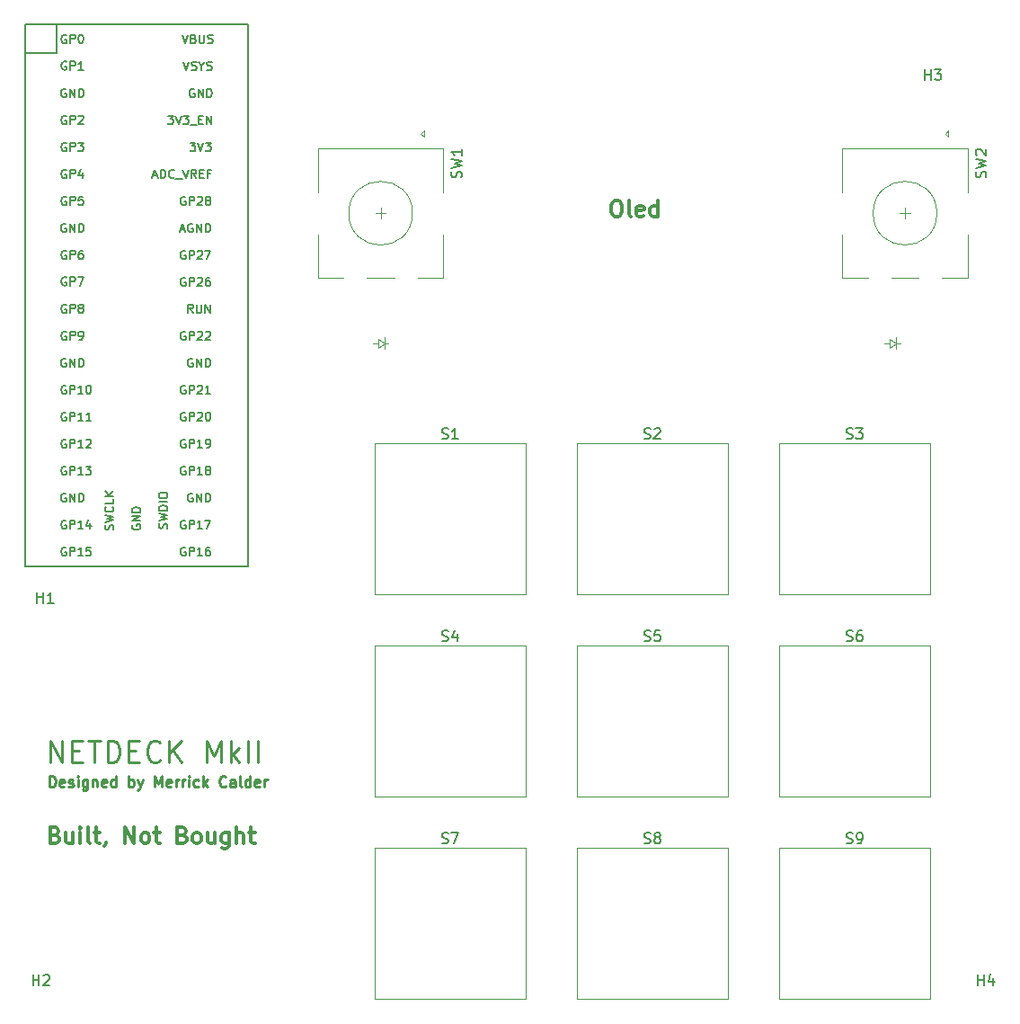
<source format=gbr>
%TF.GenerationSoftware,KiCad,Pcbnew,8.0.6*%
%TF.CreationDate,2025-04-30T12:18:25-07:00*%
%TF.ProjectId,Media_Macro_Controller,4d656469-615f-44d6-9163-726f5f436f6e,rev?*%
%TF.SameCoordinates,Original*%
%TF.FileFunction,Legend,Top*%
%TF.FilePolarity,Positive*%
%FSLAX46Y46*%
G04 Gerber Fmt 4.6, Leading zero omitted, Abs format (unit mm)*
G04 Created by KiCad (PCBNEW 8.0.6) date 2025-04-30 12:18:25*
%MOMM*%
%LPD*%
G01*
G04 APERTURE LIST*
%ADD10C,0.300000*%
%ADD11C,0.250000*%
%ADD12C,0.150000*%
%ADD13C,0.120000*%
%ADD14C,0.100000*%
G04 APERTURE END LIST*
D10*
X195575225Y-39215828D02*
X195860939Y-39215828D01*
X195860939Y-39215828D02*
X196003796Y-39287257D01*
X196003796Y-39287257D02*
X196146653Y-39430114D01*
X196146653Y-39430114D02*
X196218082Y-39715828D01*
X196218082Y-39715828D02*
X196218082Y-40215828D01*
X196218082Y-40215828D02*
X196146653Y-40501542D01*
X196146653Y-40501542D02*
X196003796Y-40644400D01*
X196003796Y-40644400D02*
X195860939Y-40715828D01*
X195860939Y-40715828D02*
X195575225Y-40715828D01*
X195575225Y-40715828D02*
X195432368Y-40644400D01*
X195432368Y-40644400D02*
X195289510Y-40501542D01*
X195289510Y-40501542D02*
X195218082Y-40215828D01*
X195218082Y-40215828D02*
X195218082Y-39715828D01*
X195218082Y-39715828D02*
X195289510Y-39430114D01*
X195289510Y-39430114D02*
X195432368Y-39287257D01*
X195432368Y-39287257D02*
X195575225Y-39215828D01*
X197075225Y-40715828D02*
X196932368Y-40644400D01*
X196932368Y-40644400D02*
X196860939Y-40501542D01*
X196860939Y-40501542D02*
X196860939Y-39215828D01*
X198218082Y-40644400D02*
X198075225Y-40715828D01*
X198075225Y-40715828D02*
X197789511Y-40715828D01*
X197789511Y-40715828D02*
X197646653Y-40644400D01*
X197646653Y-40644400D02*
X197575225Y-40501542D01*
X197575225Y-40501542D02*
X197575225Y-39930114D01*
X197575225Y-39930114D02*
X197646653Y-39787257D01*
X197646653Y-39787257D02*
X197789511Y-39715828D01*
X197789511Y-39715828D02*
X198075225Y-39715828D01*
X198075225Y-39715828D02*
X198218082Y-39787257D01*
X198218082Y-39787257D02*
X198289511Y-39930114D01*
X198289511Y-39930114D02*
X198289511Y-40072971D01*
X198289511Y-40072971D02*
X197575225Y-40215828D01*
X199575225Y-40715828D02*
X199575225Y-39215828D01*
X199575225Y-40644400D02*
X199432367Y-40715828D01*
X199432367Y-40715828D02*
X199146653Y-40715828D01*
X199146653Y-40715828D02*
X199003796Y-40644400D01*
X199003796Y-40644400D02*
X198932367Y-40572971D01*
X198932367Y-40572971D02*
X198860939Y-40430114D01*
X198860939Y-40430114D02*
X198860939Y-40001542D01*
X198860939Y-40001542D02*
X198932367Y-39858685D01*
X198932367Y-39858685D02*
X199003796Y-39787257D01*
X199003796Y-39787257D02*
X199146653Y-39715828D01*
X199146653Y-39715828D02*
X199432367Y-39715828D01*
X199432367Y-39715828D02*
X199575225Y-39787257D01*
X142839510Y-98980114D02*
X143053796Y-99051542D01*
X143053796Y-99051542D02*
X143125225Y-99122971D01*
X143125225Y-99122971D02*
X143196653Y-99265828D01*
X143196653Y-99265828D02*
X143196653Y-99480114D01*
X143196653Y-99480114D02*
X143125225Y-99622971D01*
X143125225Y-99622971D02*
X143053796Y-99694400D01*
X143053796Y-99694400D02*
X142910939Y-99765828D01*
X142910939Y-99765828D02*
X142339510Y-99765828D01*
X142339510Y-99765828D02*
X142339510Y-98265828D01*
X142339510Y-98265828D02*
X142839510Y-98265828D01*
X142839510Y-98265828D02*
X142982368Y-98337257D01*
X142982368Y-98337257D02*
X143053796Y-98408685D01*
X143053796Y-98408685D02*
X143125225Y-98551542D01*
X143125225Y-98551542D02*
X143125225Y-98694400D01*
X143125225Y-98694400D02*
X143053796Y-98837257D01*
X143053796Y-98837257D02*
X142982368Y-98908685D01*
X142982368Y-98908685D02*
X142839510Y-98980114D01*
X142839510Y-98980114D02*
X142339510Y-98980114D01*
X144482368Y-98765828D02*
X144482368Y-99765828D01*
X143839510Y-98765828D02*
X143839510Y-99551542D01*
X143839510Y-99551542D02*
X143910939Y-99694400D01*
X143910939Y-99694400D02*
X144053796Y-99765828D01*
X144053796Y-99765828D02*
X144268082Y-99765828D01*
X144268082Y-99765828D02*
X144410939Y-99694400D01*
X144410939Y-99694400D02*
X144482368Y-99622971D01*
X145196653Y-99765828D02*
X145196653Y-98765828D01*
X145196653Y-98265828D02*
X145125225Y-98337257D01*
X145125225Y-98337257D02*
X145196653Y-98408685D01*
X145196653Y-98408685D02*
X145268082Y-98337257D01*
X145268082Y-98337257D02*
X145196653Y-98265828D01*
X145196653Y-98265828D02*
X145196653Y-98408685D01*
X146125225Y-99765828D02*
X145982368Y-99694400D01*
X145982368Y-99694400D02*
X145910939Y-99551542D01*
X145910939Y-99551542D02*
X145910939Y-98265828D01*
X146482368Y-98765828D02*
X147053796Y-98765828D01*
X146696653Y-98265828D02*
X146696653Y-99551542D01*
X146696653Y-99551542D02*
X146768082Y-99694400D01*
X146768082Y-99694400D02*
X146910939Y-99765828D01*
X146910939Y-99765828D02*
X147053796Y-99765828D01*
X147625225Y-99694400D02*
X147625225Y-99765828D01*
X147625225Y-99765828D02*
X147553796Y-99908685D01*
X147553796Y-99908685D02*
X147482368Y-99980114D01*
X149410939Y-99765828D02*
X149410939Y-98265828D01*
X149410939Y-98265828D02*
X150268082Y-99765828D01*
X150268082Y-99765828D02*
X150268082Y-98265828D01*
X151196654Y-99765828D02*
X151053797Y-99694400D01*
X151053797Y-99694400D02*
X150982368Y-99622971D01*
X150982368Y-99622971D02*
X150910940Y-99480114D01*
X150910940Y-99480114D02*
X150910940Y-99051542D01*
X150910940Y-99051542D02*
X150982368Y-98908685D01*
X150982368Y-98908685D02*
X151053797Y-98837257D01*
X151053797Y-98837257D02*
X151196654Y-98765828D01*
X151196654Y-98765828D02*
X151410940Y-98765828D01*
X151410940Y-98765828D02*
X151553797Y-98837257D01*
X151553797Y-98837257D02*
X151625226Y-98908685D01*
X151625226Y-98908685D02*
X151696654Y-99051542D01*
X151696654Y-99051542D02*
X151696654Y-99480114D01*
X151696654Y-99480114D02*
X151625226Y-99622971D01*
X151625226Y-99622971D02*
X151553797Y-99694400D01*
X151553797Y-99694400D02*
X151410940Y-99765828D01*
X151410940Y-99765828D02*
X151196654Y-99765828D01*
X152125226Y-98765828D02*
X152696654Y-98765828D01*
X152339511Y-98265828D02*
X152339511Y-99551542D01*
X152339511Y-99551542D02*
X152410940Y-99694400D01*
X152410940Y-99694400D02*
X152553797Y-99765828D01*
X152553797Y-99765828D02*
X152696654Y-99765828D01*
X154839511Y-98980114D02*
X155053797Y-99051542D01*
X155053797Y-99051542D02*
X155125226Y-99122971D01*
X155125226Y-99122971D02*
X155196654Y-99265828D01*
X155196654Y-99265828D02*
X155196654Y-99480114D01*
X155196654Y-99480114D02*
X155125226Y-99622971D01*
X155125226Y-99622971D02*
X155053797Y-99694400D01*
X155053797Y-99694400D02*
X154910940Y-99765828D01*
X154910940Y-99765828D02*
X154339511Y-99765828D01*
X154339511Y-99765828D02*
X154339511Y-98265828D01*
X154339511Y-98265828D02*
X154839511Y-98265828D01*
X154839511Y-98265828D02*
X154982369Y-98337257D01*
X154982369Y-98337257D02*
X155053797Y-98408685D01*
X155053797Y-98408685D02*
X155125226Y-98551542D01*
X155125226Y-98551542D02*
X155125226Y-98694400D01*
X155125226Y-98694400D02*
X155053797Y-98837257D01*
X155053797Y-98837257D02*
X154982369Y-98908685D01*
X154982369Y-98908685D02*
X154839511Y-98980114D01*
X154839511Y-98980114D02*
X154339511Y-98980114D01*
X156053797Y-99765828D02*
X155910940Y-99694400D01*
X155910940Y-99694400D02*
X155839511Y-99622971D01*
X155839511Y-99622971D02*
X155768083Y-99480114D01*
X155768083Y-99480114D02*
X155768083Y-99051542D01*
X155768083Y-99051542D02*
X155839511Y-98908685D01*
X155839511Y-98908685D02*
X155910940Y-98837257D01*
X155910940Y-98837257D02*
X156053797Y-98765828D01*
X156053797Y-98765828D02*
X156268083Y-98765828D01*
X156268083Y-98765828D02*
X156410940Y-98837257D01*
X156410940Y-98837257D02*
X156482369Y-98908685D01*
X156482369Y-98908685D02*
X156553797Y-99051542D01*
X156553797Y-99051542D02*
X156553797Y-99480114D01*
X156553797Y-99480114D02*
X156482369Y-99622971D01*
X156482369Y-99622971D02*
X156410940Y-99694400D01*
X156410940Y-99694400D02*
X156268083Y-99765828D01*
X156268083Y-99765828D02*
X156053797Y-99765828D01*
X157839512Y-98765828D02*
X157839512Y-99765828D01*
X157196654Y-98765828D02*
X157196654Y-99551542D01*
X157196654Y-99551542D02*
X157268083Y-99694400D01*
X157268083Y-99694400D02*
X157410940Y-99765828D01*
X157410940Y-99765828D02*
X157625226Y-99765828D01*
X157625226Y-99765828D02*
X157768083Y-99694400D01*
X157768083Y-99694400D02*
X157839512Y-99622971D01*
X159196655Y-98765828D02*
X159196655Y-99980114D01*
X159196655Y-99980114D02*
X159125226Y-100122971D01*
X159125226Y-100122971D02*
X159053797Y-100194400D01*
X159053797Y-100194400D02*
X158910940Y-100265828D01*
X158910940Y-100265828D02*
X158696655Y-100265828D01*
X158696655Y-100265828D02*
X158553797Y-100194400D01*
X159196655Y-99694400D02*
X159053797Y-99765828D01*
X159053797Y-99765828D02*
X158768083Y-99765828D01*
X158768083Y-99765828D02*
X158625226Y-99694400D01*
X158625226Y-99694400D02*
X158553797Y-99622971D01*
X158553797Y-99622971D02*
X158482369Y-99480114D01*
X158482369Y-99480114D02*
X158482369Y-99051542D01*
X158482369Y-99051542D02*
X158553797Y-98908685D01*
X158553797Y-98908685D02*
X158625226Y-98837257D01*
X158625226Y-98837257D02*
X158768083Y-98765828D01*
X158768083Y-98765828D02*
X159053797Y-98765828D01*
X159053797Y-98765828D02*
X159196655Y-98837257D01*
X159910940Y-99765828D02*
X159910940Y-98265828D01*
X160553798Y-99765828D02*
X160553798Y-98980114D01*
X160553798Y-98980114D02*
X160482369Y-98837257D01*
X160482369Y-98837257D02*
X160339512Y-98765828D01*
X160339512Y-98765828D02*
X160125226Y-98765828D01*
X160125226Y-98765828D02*
X159982369Y-98837257D01*
X159982369Y-98837257D02*
X159910940Y-98908685D01*
X161053798Y-98765828D02*
X161625226Y-98765828D01*
X161268083Y-98265828D02*
X161268083Y-99551542D01*
X161268083Y-99551542D02*
X161339512Y-99694400D01*
X161339512Y-99694400D02*
X161482369Y-99765828D01*
X161482369Y-99765828D02*
X161625226Y-99765828D01*
D11*
X142287568Y-94429619D02*
X142287568Y-93429619D01*
X142287568Y-93429619D02*
X142525663Y-93429619D01*
X142525663Y-93429619D02*
X142668520Y-93477238D01*
X142668520Y-93477238D02*
X142763758Y-93572476D01*
X142763758Y-93572476D02*
X142811377Y-93667714D01*
X142811377Y-93667714D02*
X142858996Y-93858190D01*
X142858996Y-93858190D02*
X142858996Y-94001047D01*
X142858996Y-94001047D02*
X142811377Y-94191523D01*
X142811377Y-94191523D02*
X142763758Y-94286761D01*
X142763758Y-94286761D02*
X142668520Y-94382000D01*
X142668520Y-94382000D02*
X142525663Y-94429619D01*
X142525663Y-94429619D02*
X142287568Y-94429619D01*
X143668520Y-94382000D02*
X143573282Y-94429619D01*
X143573282Y-94429619D02*
X143382806Y-94429619D01*
X143382806Y-94429619D02*
X143287568Y-94382000D01*
X143287568Y-94382000D02*
X143239949Y-94286761D01*
X143239949Y-94286761D02*
X143239949Y-93905809D01*
X143239949Y-93905809D02*
X143287568Y-93810571D01*
X143287568Y-93810571D02*
X143382806Y-93762952D01*
X143382806Y-93762952D02*
X143573282Y-93762952D01*
X143573282Y-93762952D02*
X143668520Y-93810571D01*
X143668520Y-93810571D02*
X143716139Y-93905809D01*
X143716139Y-93905809D02*
X143716139Y-94001047D01*
X143716139Y-94001047D02*
X143239949Y-94096285D01*
X144097092Y-94382000D02*
X144192330Y-94429619D01*
X144192330Y-94429619D02*
X144382806Y-94429619D01*
X144382806Y-94429619D02*
X144478044Y-94382000D01*
X144478044Y-94382000D02*
X144525663Y-94286761D01*
X144525663Y-94286761D02*
X144525663Y-94239142D01*
X144525663Y-94239142D02*
X144478044Y-94143904D01*
X144478044Y-94143904D02*
X144382806Y-94096285D01*
X144382806Y-94096285D02*
X144239949Y-94096285D01*
X144239949Y-94096285D02*
X144144711Y-94048666D01*
X144144711Y-94048666D02*
X144097092Y-93953428D01*
X144097092Y-93953428D02*
X144097092Y-93905809D01*
X144097092Y-93905809D02*
X144144711Y-93810571D01*
X144144711Y-93810571D02*
X144239949Y-93762952D01*
X144239949Y-93762952D02*
X144382806Y-93762952D01*
X144382806Y-93762952D02*
X144478044Y-93810571D01*
X144954235Y-94429619D02*
X144954235Y-93762952D01*
X144954235Y-93429619D02*
X144906616Y-93477238D01*
X144906616Y-93477238D02*
X144954235Y-93524857D01*
X144954235Y-93524857D02*
X145001854Y-93477238D01*
X145001854Y-93477238D02*
X144954235Y-93429619D01*
X144954235Y-93429619D02*
X144954235Y-93524857D01*
X145858996Y-93762952D02*
X145858996Y-94572476D01*
X145858996Y-94572476D02*
X145811377Y-94667714D01*
X145811377Y-94667714D02*
X145763758Y-94715333D01*
X145763758Y-94715333D02*
X145668520Y-94762952D01*
X145668520Y-94762952D02*
X145525663Y-94762952D01*
X145525663Y-94762952D02*
X145430425Y-94715333D01*
X145858996Y-94382000D02*
X145763758Y-94429619D01*
X145763758Y-94429619D02*
X145573282Y-94429619D01*
X145573282Y-94429619D02*
X145478044Y-94382000D01*
X145478044Y-94382000D02*
X145430425Y-94334380D01*
X145430425Y-94334380D02*
X145382806Y-94239142D01*
X145382806Y-94239142D02*
X145382806Y-93953428D01*
X145382806Y-93953428D02*
X145430425Y-93858190D01*
X145430425Y-93858190D02*
X145478044Y-93810571D01*
X145478044Y-93810571D02*
X145573282Y-93762952D01*
X145573282Y-93762952D02*
X145763758Y-93762952D01*
X145763758Y-93762952D02*
X145858996Y-93810571D01*
X146335187Y-93762952D02*
X146335187Y-94429619D01*
X146335187Y-93858190D02*
X146382806Y-93810571D01*
X146382806Y-93810571D02*
X146478044Y-93762952D01*
X146478044Y-93762952D02*
X146620901Y-93762952D01*
X146620901Y-93762952D02*
X146716139Y-93810571D01*
X146716139Y-93810571D02*
X146763758Y-93905809D01*
X146763758Y-93905809D02*
X146763758Y-94429619D01*
X147620901Y-94382000D02*
X147525663Y-94429619D01*
X147525663Y-94429619D02*
X147335187Y-94429619D01*
X147335187Y-94429619D02*
X147239949Y-94382000D01*
X147239949Y-94382000D02*
X147192330Y-94286761D01*
X147192330Y-94286761D02*
X147192330Y-93905809D01*
X147192330Y-93905809D02*
X147239949Y-93810571D01*
X147239949Y-93810571D02*
X147335187Y-93762952D01*
X147335187Y-93762952D02*
X147525663Y-93762952D01*
X147525663Y-93762952D02*
X147620901Y-93810571D01*
X147620901Y-93810571D02*
X147668520Y-93905809D01*
X147668520Y-93905809D02*
X147668520Y-94001047D01*
X147668520Y-94001047D02*
X147192330Y-94096285D01*
X148525663Y-94429619D02*
X148525663Y-93429619D01*
X148525663Y-94382000D02*
X148430425Y-94429619D01*
X148430425Y-94429619D02*
X148239949Y-94429619D01*
X148239949Y-94429619D02*
X148144711Y-94382000D01*
X148144711Y-94382000D02*
X148097092Y-94334380D01*
X148097092Y-94334380D02*
X148049473Y-94239142D01*
X148049473Y-94239142D02*
X148049473Y-93953428D01*
X148049473Y-93953428D02*
X148097092Y-93858190D01*
X148097092Y-93858190D02*
X148144711Y-93810571D01*
X148144711Y-93810571D02*
X148239949Y-93762952D01*
X148239949Y-93762952D02*
X148430425Y-93762952D01*
X148430425Y-93762952D02*
X148525663Y-93810571D01*
X149763759Y-94429619D02*
X149763759Y-93429619D01*
X149763759Y-93810571D02*
X149858997Y-93762952D01*
X149858997Y-93762952D02*
X150049473Y-93762952D01*
X150049473Y-93762952D02*
X150144711Y-93810571D01*
X150144711Y-93810571D02*
X150192330Y-93858190D01*
X150192330Y-93858190D02*
X150239949Y-93953428D01*
X150239949Y-93953428D02*
X150239949Y-94239142D01*
X150239949Y-94239142D02*
X150192330Y-94334380D01*
X150192330Y-94334380D02*
X150144711Y-94382000D01*
X150144711Y-94382000D02*
X150049473Y-94429619D01*
X150049473Y-94429619D02*
X149858997Y-94429619D01*
X149858997Y-94429619D02*
X149763759Y-94382000D01*
X150573283Y-93762952D02*
X150811378Y-94429619D01*
X151049473Y-93762952D02*
X150811378Y-94429619D01*
X150811378Y-94429619D02*
X150716140Y-94667714D01*
X150716140Y-94667714D02*
X150668521Y-94715333D01*
X150668521Y-94715333D02*
X150573283Y-94762952D01*
X152192331Y-94429619D02*
X152192331Y-93429619D01*
X152192331Y-93429619D02*
X152525664Y-94143904D01*
X152525664Y-94143904D02*
X152858997Y-93429619D01*
X152858997Y-93429619D02*
X152858997Y-94429619D01*
X153716140Y-94382000D02*
X153620902Y-94429619D01*
X153620902Y-94429619D02*
X153430426Y-94429619D01*
X153430426Y-94429619D02*
X153335188Y-94382000D01*
X153335188Y-94382000D02*
X153287569Y-94286761D01*
X153287569Y-94286761D02*
X153287569Y-93905809D01*
X153287569Y-93905809D02*
X153335188Y-93810571D01*
X153335188Y-93810571D02*
X153430426Y-93762952D01*
X153430426Y-93762952D02*
X153620902Y-93762952D01*
X153620902Y-93762952D02*
X153716140Y-93810571D01*
X153716140Y-93810571D02*
X153763759Y-93905809D01*
X153763759Y-93905809D02*
X153763759Y-94001047D01*
X153763759Y-94001047D02*
X153287569Y-94096285D01*
X154192331Y-94429619D02*
X154192331Y-93762952D01*
X154192331Y-93953428D02*
X154239950Y-93858190D01*
X154239950Y-93858190D02*
X154287569Y-93810571D01*
X154287569Y-93810571D02*
X154382807Y-93762952D01*
X154382807Y-93762952D02*
X154478045Y-93762952D01*
X154811379Y-94429619D02*
X154811379Y-93762952D01*
X154811379Y-93953428D02*
X154858998Y-93858190D01*
X154858998Y-93858190D02*
X154906617Y-93810571D01*
X154906617Y-93810571D02*
X155001855Y-93762952D01*
X155001855Y-93762952D02*
X155097093Y-93762952D01*
X155430427Y-94429619D02*
X155430427Y-93762952D01*
X155430427Y-93429619D02*
X155382808Y-93477238D01*
X155382808Y-93477238D02*
X155430427Y-93524857D01*
X155430427Y-93524857D02*
X155478046Y-93477238D01*
X155478046Y-93477238D02*
X155430427Y-93429619D01*
X155430427Y-93429619D02*
X155430427Y-93524857D01*
X156335188Y-94382000D02*
X156239950Y-94429619D01*
X156239950Y-94429619D02*
X156049474Y-94429619D01*
X156049474Y-94429619D02*
X155954236Y-94382000D01*
X155954236Y-94382000D02*
X155906617Y-94334380D01*
X155906617Y-94334380D02*
X155858998Y-94239142D01*
X155858998Y-94239142D02*
X155858998Y-93953428D01*
X155858998Y-93953428D02*
X155906617Y-93858190D01*
X155906617Y-93858190D02*
X155954236Y-93810571D01*
X155954236Y-93810571D02*
X156049474Y-93762952D01*
X156049474Y-93762952D02*
X156239950Y-93762952D01*
X156239950Y-93762952D02*
X156335188Y-93810571D01*
X156763760Y-94429619D02*
X156763760Y-93429619D01*
X156858998Y-94048666D02*
X157144712Y-94429619D01*
X157144712Y-93762952D02*
X156763760Y-94143904D01*
X158906617Y-94334380D02*
X158858998Y-94382000D01*
X158858998Y-94382000D02*
X158716141Y-94429619D01*
X158716141Y-94429619D02*
X158620903Y-94429619D01*
X158620903Y-94429619D02*
X158478046Y-94382000D01*
X158478046Y-94382000D02*
X158382808Y-94286761D01*
X158382808Y-94286761D02*
X158335189Y-94191523D01*
X158335189Y-94191523D02*
X158287570Y-94001047D01*
X158287570Y-94001047D02*
X158287570Y-93858190D01*
X158287570Y-93858190D02*
X158335189Y-93667714D01*
X158335189Y-93667714D02*
X158382808Y-93572476D01*
X158382808Y-93572476D02*
X158478046Y-93477238D01*
X158478046Y-93477238D02*
X158620903Y-93429619D01*
X158620903Y-93429619D02*
X158716141Y-93429619D01*
X158716141Y-93429619D02*
X158858998Y-93477238D01*
X158858998Y-93477238D02*
X158906617Y-93524857D01*
X159763760Y-94429619D02*
X159763760Y-93905809D01*
X159763760Y-93905809D02*
X159716141Y-93810571D01*
X159716141Y-93810571D02*
X159620903Y-93762952D01*
X159620903Y-93762952D02*
X159430427Y-93762952D01*
X159430427Y-93762952D02*
X159335189Y-93810571D01*
X159763760Y-94382000D02*
X159668522Y-94429619D01*
X159668522Y-94429619D02*
X159430427Y-94429619D01*
X159430427Y-94429619D02*
X159335189Y-94382000D01*
X159335189Y-94382000D02*
X159287570Y-94286761D01*
X159287570Y-94286761D02*
X159287570Y-94191523D01*
X159287570Y-94191523D02*
X159335189Y-94096285D01*
X159335189Y-94096285D02*
X159430427Y-94048666D01*
X159430427Y-94048666D02*
X159668522Y-94048666D01*
X159668522Y-94048666D02*
X159763760Y-94001047D01*
X160382808Y-94429619D02*
X160287570Y-94382000D01*
X160287570Y-94382000D02*
X160239951Y-94286761D01*
X160239951Y-94286761D02*
X160239951Y-93429619D01*
X161192332Y-94429619D02*
X161192332Y-93429619D01*
X161192332Y-94382000D02*
X161097094Y-94429619D01*
X161097094Y-94429619D02*
X160906618Y-94429619D01*
X160906618Y-94429619D02*
X160811380Y-94382000D01*
X160811380Y-94382000D02*
X160763761Y-94334380D01*
X160763761Y-94334380D02*
X160716142Y-94239142D01*
X160716142Y-94239142D02*
X160716142Y-93953428D01*
X160716142Y-93953428D02*
X160763761Y-93858190D01*
X160763761Y-93858190D02*
X160811380Y-93810571D01*
X160811380Y-93810571D02*
X160906618Y-93762952D01*
X160906618Y-93762952D02*
X161097094Y-93762952D01*
X161097094Y-93762952D02*
X161192332Y-93810571D01*
X162049475Y-94382000D02*
X161954237Y-94429619D01*
X161954237Y-94429619D02*
X161763761Y-94429619D01*
X161763761Y-94429619D02*
X161668523Y-94382000D01*
X161668523Y-94382000D02*
X161620904Y-94286761D01*
X161620904Y-94286761D02*
X161620904Y-93905809D01*
X161620904Y-93905809D02*
X161668523Y-93810571D01*
X161668523Y-93810571D02*
X161763761Y-93762952D01*
X161763761Y-93762952D02*
X161954237Y-93762952D01*
X161954237Y-93762952D02*
X162049475Y-93810571D01*
X162049475Y-93810571D02*
X162097094Y-93905809D01*
X162097094Y-93905809D02*
X162097094Y-94001047D01*
X162097094Y-94001047D02*
X161620904Y-94096285D01*
X162525666Y-94429619D02*
X162525666Y-93762952D01*
X162525666Y-93953428D02*
X162573285Y-93858190D01*
X162573285Y-93858190D02*
X162620904Y-93810571D01*
X162620904Y-93810571D02*
X162716142Y-93762952D01*
X162716142Y-93762952D02*
X162811380Y-93762952D01*
X142325663Y-92107238D02*
X142325663Y-90107238D01*
X142325663Y-90107238D02*
X143468520Y-92107238D01*
X143468520Y-92107238D02*
X143468520Y-90107238D01*
X144420901Y-91059619D02*
X145087568Y-91059619D01*
X145373282Y-92107238D02*
X144420901Y-92107238D01*
X144420901Y-92107238D02*
X144420901Y-90107238D01*
X144420901Y-90107238D02*
X145373282Y-90107238D01*
X145944711Y-90107238D02*
X147087568Y-90107238D01*
X146516139Y-92107238D02*
X146516139Y-90107238D01*
X147754235Y-92107238D02*
X147754235Y-90107238D01*
X147754235Y-90107238D02*
X148230425Y-90107238D01*
X148230425Y-90107238D02*
X148516140Y-90202476D01*
X148516140Y-90202476D02*
X148706616Y-90392952D01*
X148706616Y-90392952D02*
X148801854Y-90583428D01*
X148801854Y-90583428D02*
X148897092Y-90964380D01*
X148897092Y-90964380D02*
X148897092Y-91250095D01*
X148897092Y-91250095D02*
X148801854Y-91631047D01*
X148801854Y-91631047D02*
X148706616Y-91821523D01*
X148706616Y-91821523D02*
X148516140Y-92012000D01*
X148516140Y-92012000D02*
X148230425Y-92107238D01*
X148230425Y-92107238D02*
X147754235Y-92107238D01*
X149754235Y-91059619D02*
X150420902Y-91059619D01*
X150706616Y-92107238D02*
X149754235Y-92107238D01*
X149754235Y-92107238D02*
X149754235Y-90107238D01*
X149754235Y-90107238D02*
X150706616Y-90107238D01*
X152706616Y-91916761D02*
X152611378Y-92012000D01*
X152611378Y-92012000D02*
X152325664Y-92107238D01*
X152325664Y-92107238D02*
X152135188Y-92107238D01*
X152135188Y-92107238D02*
X151849473Y-92012000D01*
X151849473Y-92012000D02*
X151658997Y-91821523D01*
X151658997Y-91821523D02*
X151563759Y-91631047D01*
X151563759Y-91631047D02*
X151468521Y-91250095D01*
X151468521Y-91250095D02*
X151468521Y-90964380D01*
X151468521Y-90964380D02*
X151563759Y-90583428D01*
X151563759Y-90583428D02*
X151658997Y-90392952D01*
X151658997Y-90392952D02*
X151849473Y-90202476D01*
X151849473Y-90202476D02*
X152135188Y-90107238D01*
X152135188Y-90107238D02*
X152325664Y-90107238D01*
X152325664Y-90107238D02*
X152611378Y-90202476D01*
X152611378Y-90202476D02*
X152706616Y-90297714D01*
X153563759Y-92107238D02*
X153563759Y-90107238D01*
X154706616Y-92107238D02*
X153849473Y-90964380D01*
X154706616Y-90107238D02*
X153563759Y-91250095D01*
X157087569Y-92107238D02*
X157087569Y-90107238D01*
X157087569Y-90107238D02*
X157754236Y-91535809D01*
X157754236Y-91535809D02*
X158420902Y-90107238D01*
X158420902Y-90107238D02*
X158420902Y-92107238D01*
X159373283Y-92107238D02*
X159373283Y-90107238D01*
X159563759Y-91345333D02*
X160135188Y-92107238D01*
X160135188Y-90773904D02*
X159373283Y-91535809D01*
X160992331Y-92107238D02*
X160992331Y-90107238D01*
X161944712Y-92107238D02*
X161944712Y-90107238D01*
D12*
X143842618Y-59195390D02*
X143766428Y-59157295D01*
X143766428Y-59157295D02*
X143652142Y-59157295D01*
X143652142Y-59157295D02*
X143537856Y-59195390D01*
X143537856Y-59195390D02*
X143461666Y-59271580D01*
X143461666Y-59271580D02*
X143423571Y-59347771D01*
X143423571Y-59347771D02*
X143385475Y-59500152D01*
X143385475Y-59500152D02*
X143385475Y-59614438D01*
X143385475Y-59614438D02*
X143423571Y-59766819D01*
X143423571Y-59766819D02*
X143461666Y-59843009D01*
X143461666Y-59843009D02*
X143537856Y-59919200D01*
X143537856Y-59919200D02*
X143652142Y-59957295D01*
X143652142Y-59957295D02*
X143728333Y-59957295D01*
X143728333Y-59957295D02*
X143842618Y-59919200D01*
X143842618Y-59919200D02*
X143880714Y-59881104D01*
X143880714Y-59881104D02*
X143880714Y-59614438D01*
X143880714Y-59614438D02*
X143728333Y-59614438D01*
X144223571Y-59957295D02*
X144223571Y-59157295D01*
X144223571Y-59157295D02*
X144528333Y-59157295D01*
X144528333Y-59157295D02*
X144604523Y-59195390D01*
X144604523Y-59195390D02*
X144642618Y-59233485D01*
X144642618Y-59233485D02*
X144680714Y-59309676D01*
X144680714Y-59309676D02*
X144680714Y-59423961D01*
X144680714Y-59423961D02*
X144642618Y-59500152D01*
X144642618Y-59500152D02*
X144604523Y-59538247D01*
X144604523Y-59538247D02*
X144528333Y-59576342D01*
X144528333Y-59576342D02*
X144223571Y-59576342D01*
X145442618Y-59957295D02*
X144985475Y-59957295D01*
X145214047Y-59957295D02*
X145214047Y-59157295D01*
X145214047Y-59157295D02*
X145137856Y-59271580D01*
X145137856Y-59271580D02*
X145061666Y-59347771D01*
X145061666Y-59347771D02*
X144985475Y-59385866D01*
X146204523Y-59957295D02*
X145747380Y-59957295D01*
X145975952Y-59957295D02*
X145975952Y-59157295D01*
X145975952Y-59157295D02*
X145899761Y-59271580D01*
X145899761Y-59271580D02*
X145823571Y-59347771D01*
X145823571Y-59347771D02*
X145747380Y-59385866D01*
X154615476Y-41948723D02*
X154996429Y-41948723D01*
X154539286Y-42177295D02*
X154805953Y-41377295D01*
X154805953Y-41377295D02*
X155072619Y-42177295D01*
X155758333Y-41415390D02*
X155682143Y-41377295D01*
X155682143Y-41377295D02*
X155567857Y-41377295D01*
X155567857Y-41377295D02*
X155453571Y-41415390D01*
X155453571Y-41415390D02*
X155377381Y-41491580D01*
X155377381Y-41491580D02*
X155339286Y-41567771D01*
X155339286Y-41567771D02*
X155301190Y-41720152D01*
X155301190Y-41720152D02*
X155301190Y-41834438D01*
X155301190Y-41834438D02*
X155339286Y-41986819D01*
X155339286Y-41986819D02*
X155377381Y-42063009D01*
X155377381Y-42063009D02*
X155453571Y-42139200D01*
X155453571Y-42139200D02*
X155567857Y-42177295D01*
X155567857Y-42177295D02*
X155644048Y-42177295D01*
X155644048Y-42177295D02*
X155758333Y-42139200D01*
X155758333Y-42139200D02*
X155796429Y-42101104D01*
X155796429Y-42101104D02*
X155796429Y-41834438D01*
X155796429Y-41834438D02*
X155644048Y-41834438D01*
X156139286Y-42177295D02*
X156139286Y-41377295D01*
X156139286Y-41377295D02*
X156596429Y-42177295D01*
X156596429Y-42177295D02*
X156596429Y-41377295D01*
X156977381Y-42177295D02*
X156977381Y-41377295D01*
X156977381Y-41377295D02*
X157167857Y-41377295D01*
X157167857Y-41377295D02*
X157282143Y-41415390D01*
X157282143Y-41415390D02*
X157358333Y-41491580D01*
X157358333Y-41491580D02*
X157396428Y-41567771D01*
X157396428Y-41567771D02*
X157434524Y-41720152D01*
X157434524Y-41720152D02*
X157434524Y-41834438D01*
X157434524Y-41834438D02*
X157396428Y-41986819D01*
X157396428Y-41986819D02*
X157358333Y-42063009D01*
X157358333Y-42063009D02*
X157282143Y-42139200D01*
X157282143Y-42139200D02*
X157167857Y-42177295D01*
X157167857Y-42177295D02*
X156977381Y-42177295D01*
X155765476Y-66815390D02*
X155689286Y-66777295D01*
X155689286Y-66777295D02*
X155575000Y-66777295D01*
X155575000Y-66777295D02*
X155460714Y-66815390D01*
X155460714Y-66815390D02*
X155384524Y-66891580D01*
X155384524Y-66891580D02*
X155346429Y-66967771D01*
X155346429Y-66967771D02*
X155308333Y-67120152D01*
X155308333Y-67120152D02*
X155308333Y-67234438D01*
X155308333Y-67234438D02*
X155346429Y-67386819D01*
X155346429Y-67386819D02*
X155384524Y-67463009D01*
X155384524Y-67463009D02*
X155460714Y-67539200D01*
X155460714Y-67539200D02*
X155575000Y-67577295D01*
X155575000Y-67577295D02*
X155651191Y-67577295D01*
X155651191Y-67577295D02*
X155765476Y-67539200D01*
X155765476Y-67539200D02*
X155803572Y-67501104D01*
X155803572Y-67501104D02*
X155803572Y-67234438D01*
X155803572Y-67234438D02*
X155651191Y-67234438D01*
X156146429Y-67577295D02*
X156146429Y-66777295D01*
X156146429Y-66777295D02*
X156603572Y-67577295D01*
X156603572Y-67577295D02*
X156603572Y-66777295D01*
X156984524Y-67577295D02*
X156984524Y-66777295D01*
X156984524Y-66777295D02*
X157175000Y-66777295D01*
X157175000Y-66777295D02*
X157289286Y-66815390D01*
X157289286Y-66815390D02*
X157365476Y-66891580D01*
X157365476Y-66891580D02*
X157403571Y-66967771D01*
X157403571Y-66967771D02*
X157441667Y-67120152D01*
X157441667Y-67120152D02*
X157441667Y-67234438D01*
X157441667Y-67234438D02*
X157403571Y-67386819D01*
X157403571Y-67386819D02*
X157365476Y-67463009D01*
X157365476Y-67463009D02*
X157289286Y-67539200D01*
X157289286Y-67539200D02*
X157175000Y-67577295D01*
X157175000Y-67577295D02*
X156984524Y-67577295D01*
X154808333Y-23597295D02*
X155075000Y-24397295D01*
X155075000Y-24397295D02*
X155341666Y-23597295D01*
X155874999Y-23978247D02*
X155989285Y-24016342D01*
X155989285Y-24016342D02*
X156027380Y-24054438D01*
X156027380Y-24054438D02*
X156065476Y-24130628D01*
X156065476Y-24130628D02*
X156065476Y-24244914D01*
X156065476Y-24244914D02*
X156027380Y-24321104D01*
X156027380Y-24321104D02*
X155989285Y-24359200D01*
X155989285Y-24359200D02*
X155913095Y-24397295D01*
X155913095Y-24397295D02*
X155608333Y-24397295D01*
X155608333Y-24397295D02*
X155608333Y-23597295D01*
X155608333Y-23597295D02*
X155874999Y-23597295D01*
X155874999Y-23597295D02*
X155951190Y-23635390D01*
X155951190Y-23635390D02*
X155989285Y-23673485D01*
X155989285Y-23673485D02*
X156027380Y-23749676D01*
X156027380Y-23749676D02*
X156027380Y-23825866D01*
X156027380Y-23825866D02*
X155989285Y-23902057D01*
X155989285Y-23902057D02*
X155951190Y-23940152D01*
X155951190Y-23940152D02*
X155874999Y-23978247D01*
X155874999Y-23978247D02*
X155608333Y-23978247D01*
X156408333Y-23597295D02*
X156408333Y-24244914D01*
X156408333Y-24244914D02*
X156446428Y-24321104D01*
X156446428Y-24321104D02*
X156484523Y-24359200D01*
X156484523Y-24359200D02*
X156560714Y-24397295D01*
X156560714Y-24397295D02*
X156713095Y-24397295D01*
X156713095Y-24397295D02*
X156789285Y-24359200D01*
X156789285Y-24359200D02*
X156827380Y-24321104D01*
X156827380Y-24321104D02*
X156865476Y-24244914D01*
X156865476Y-24244914D02*
X156865476Y-23597295D01*
X157208332Y-24359200D02*
X157322618Y-24397295D01*
X157322618Y-24397295D02*
X157513094Y-24397295D01*
X157513094Y-24397295D02*
X157589285Y-24359200D01*
X157589285Y-24359200D02*
X157627380Y-24321104D01*
X157627380Y-24321104D02*
X157665475Y-24244914D01*
X157665475Y-24244914D02*
X157665475Y-24168723D01*
X157665475Y-24168723D02*
X157627380Y-24092533D01*
X157627380Y-24092533D02*
X157589285Y-24054438D01*
X157589285Y-24054438D02*
X157513094Y-24016342D01*
X157513094Y-24016342D02*
X157360713Y-23978247D01*
X157360713Y-23978247D02*
X157284523Y-23940152D01*
X157284523Y-23940152D02*
X157246428Y-23902057D01*
X157246428Y-23902057D02*
X157208332Y-23825866D01*
X157208332Y-23825866D02*
X157208332Y-23749676D01*
X157208332Y-23749676D02*
X157246428Y-23673485D01*
X157246428Y-23673485D02*
X157284523Y-23635390D01*
X157284523Y-23635390D02*
X157360713Y-23597295D01*
X157360713Y-23597295D02*
X157551190Y-23597295D01*
X157551190Y-23597295D02*
X157665475Y-23635390D01*
X155915476Y-28715390D02*
X155839286Y-28677295D01*
X155839286Y-28677295D02*
X155725000Y-28677295D01*
X155725000Y-28677295D02*
X155610714Y-28715390D01*
X155610714Y-28715390D02*
X155534524Y-28791580D01*
X155534524Y-28791580D02*
X155496429Y-28867771D01*
X155496429Y-28867771D02*
X155458333Y-29020152D01*
X155458333Y-29020152D02*
X155458333Y-29134438D01*
X155458333Y-29134438D02*
X155496429Y-29286819D01*
X155496429Y-29286819D02*
X155534524Y-29363009D01*
X155534524Y-29363009D02*
X155610714Y-29439200D01*
X155610714Y-29439200D02*
X155725000Y-29477295D01*
X155725000Y-29477295D02*
X155801191Y-29477295D01*
X155801191Y-29477295D02*
X155915476Y-29439200D01*
X155915476Y-29439200D02*
X155953572Y-29401104D01*
X155953572Y-29401104D02*
X155953572Y-29134438D01*
X155953572Y-29134438D02*
X155801191Y-29134438D01*
X156296429Y-29477295D02*
X156296429Y-28677295D01*
X156296429Y-28677295D02*
X156753572Y-29477295D01*
X156753572Y-29477295D02*
X156753572Y-28677295D01*
X157134524Y-29477295D02*
X157134524Y-28677295D01*
X157134524Y-28677295D02*
X157325000Y-28677295D01*
X157325000Y-28677295D02*
X157439286Y-28715390D01*
X157439286Y-28715390D02*
X157515476Y-28791580D01*
X157515476Y-28791580D02*
X157553571Y-28867771D01*
X157553571Y-28867771D02*
X157591667Y-29020152D01*
X157591667Y-29020152D02*
X157591667Y-29134438D01*
X157591667Y-29134438D02*
X157553571Y-29286819D01*
X157553571Y-29286819D02*
X157515476Y-29363009D01*
X157515476Y-29363009D02*
X157439286Y-29439200D01*
X157439286Y-29439200D02*
X157325000Y-29477295D01*
X157325000Y-29477295D02*
X157134524Y-29477295D01*
X143842618Y-64275390D02*
X143766428Y-64237295D01*
X143766428Y-64237295D02*
X143652142Y-64237295D01*
X143652142Y-64237295D02*
X143537856Y-64275390D01*
X143537856Y-64275390D02*
X143461666Y-64351580D01*
X143461666Y-64351580D02*
X143423571Y-64427771D01*
X143423571Y-64427771D02*
X143385475Y-64580152D01*
X143385475Y-64580152D02*
X143385475Y-64694438D01*
X143385475Y-64694438D02*
X143423571Y-64846819D01*
X143423571Y-64846819D02*
X143461666Y-64923009D01*
X143461666Y-64923009D02*
X143537856Y-64999200D01*
X143537856Y-64999200D02*
X143652142Y-65037295D01*
X143652142Y-65037295D02*
X143728333Y-65037295D01*
X143728333Y-65037295D02*
X143842618Y-64999200D01*
X143842618Y-64999200D02*
X143880714Y-64961104D01*
X143880714Y-64961104D02*
X143880714Y-64694438D01*
X143880714Y-64694438D02*
X143728333Y-64694438D01*
X144223571Y-65037295D02*
X144223571Y-64237295D01*
X144223571Y-64237295D02*
X144528333Y-64237295D01*
X144528333Y-64237295D02*
X144604523Y-64275390D01*
X144604523Y-64275390D02*
X144642618Y-64313485D01*
X144642618Y-64313485D02*
X144680714Y-64389676D01*
X144680714Y-64389676D02*
X144680714Y-64503961D01*
X144680714Y-64503961D02*
X144642618Y-64580152D01*
X144642618Y-64580152D02*
X144604523Y-64618247D01*
X144604523Y-64618247D02*
X144528333Y-64656342D01*
X144528333Y-64656342D02*
X144223571Y-64656342D01*
X145442618Y-65037295D02*
X144985475Y-65037295D01*
X145214047Y-65037295D02*
X145214047Y-64237295D01*
X145214047Y-64237295D02*
X145137856Y-64351580D01*
X145137856Y-64351580D02*
X145061666Y-64427771D01*
X145061666Y-64427771D02*
X144985475Y-64465866D01*
X145709285Y-64237295D02*
X146204523Y-64237295D01*
X146204523Y-64237295D02*
X145937857Y-64542057D01*
X145937857Y-64542057D02*
X146052142Y-64542057D01*
X146052142Y-64542057D02*
X146128333Y-64580152D01*
X146128333Y-64580152D02*
X146166428Y-64618247D01*
X146166428Y-64618247D02*
X146204523Y-64694438D01*
X146204523Y-64694438D02*
X146204523Y-64884914D01*
X146204523Y-64884914D02*
X146166428Y-64961104D01*
X146166428Y-64961104D02*
X146128333Y-64999200D01*
X146128333Y-64999200D02*
X146052142Y-65037295D01*
X146052142Y-65037295D02*
X145823571Y-65037295D01*
X145823571Y-65037295D02*
X145747380Y-64999200D01*
X145747380Y-64999200D02*
X145709285Y-64961104D01*
X152032142Y-36868723D02*
X152413095Y-36868723D01*
X151955952Y-37097295D02*
X152222619Y-36297295D01*
X152222619Y-36297295D02*
X152489285Y-37097295D01*
X152755952Y-37097295D02*
X152755952Y-36297295D01*
X152755952Y-36297295D02*
X152946428Y-36297295D01*
X152946428Y-36297295D02*
X153060714Y-36335390D01*
X153060714Y-36335390D02*
X153136904Y-36411580D01*
X153136904Y-36411580D02*
X153174999Y-36487771D01*
X153174999Y-36487771D02*
X153213095Y-36640152D01*
X153213095Y-36640152D02*
X153213095Y-36754438D01*
X153213095Y-36754438D02*
X153174999Y-36906819D01*
X153174999Y-36906819D02*
X153136904Y-36983009D01*
X153136904Y-36983009D02*
X153060714Y-37059200D01*
X153060714Y-37059200D02*
X152946428Y-37097295D01*
X152946428Y-37097295D02*
X152755952Y-37097295D01*
X154013095Y-37021104D02*
X153974999Y-37059200D01*
X153974999Y-37059200D02*
X153860714Y-37097295D01*
X153860714Y-37097295D02*
X153784523Y-37097295D01*
X153784523Y-37097295D02*
X153670237Y-37059200D01*
X153670237Y-37059200D02*
X153594047Y-36983009D01*
X153594047Y-36983009D02*
X153555952Y-36906819D01*
X153555952Y-36906819D02*
X153517856Y-36754438D01*
X153517856Y-36754438D02*
X153517856Y-36640152D01*
X153517856Y-36640152D02*
X153555952Y-36487771D01*
X153555952Y-36487771D02*
X153594047Y-36411580D01*
X153594047Y-36411580D02*
X153670237Y-36335390D01*
X153670237Y-36335390D02*
X153784523Y-36297295D01*
X153784523Y-36297295D02*
X153860714Y-36297295D01*
X153860714Y-36297295D02*
X153974999Y-36335390D01*
X153974999Y-36335390D02*
X154013095Y-36373485D01*
X154165476Y-37173485D02*
X154774999Y-37173485D01*
X154851190Y-36297295D02*
X155117857Y-37097295D01*
X155117857Y-37097295D02*
X155384523Y-36297295D01*
X156108333Y-37097295D02*
X155841666Y-36716342D01*
X155651190Y-37097295D02*
X155651190Y-36297295D01*
X155651190Y-36297295D02*
X155955952Y-36297295D01*
X155955952Y-36297295D02*
X156032142Y-36335390D01*
X156032142Y-36335390D02*
X156070237Y-36373485D01*
X156070237Y-36373485D02*
X156108333Y-36449676D01*
X156108333Y-36449676D02*
X156108333Y-36563961D01*
X156108333Y-36563961D02*
X156070237Y-36640152D01*
X156070237Y-36640152D02*
X156032142Y-36678247D01*
X156032142Y-36678247D02*
X155955952Y-36716342D01*
X155955952Y-36716342D02*
X155651190Y-36716342D01*
X156451190Y-36678247D02*
X156717856Y-36678247D01*
X156832142Y-37097295D02*
X156451190Y-37097295D01*
X156451190Y-37097295D02*
X156451190Y-36297295D01*
X156451190Y-36297295D02*
X156832142Y-36297295D01*
X157441666Y-36678247D02*
X157175000Y-36678247D01*
X157175000Y-37097295D02*
X157175000Y-36297295D01*
X157175000Y-36297295D02*
X157555952Y-36297295D01*
X143873571Y-36335390D02*
X143797381Y-36297295D01*
X143797381Y-36297295D02*
X143683095Y-36297295D01*
X143683095Y-36297295D02*
X143568809Y-36335390D01*
X143568809Y-36335390D02*
X143492619Y-36411580D01*
X143492619Y-36411580D02*
X143454524Y-36487771D01*
X143454524Y-36487771D02*
X143416428Y-36640152D01*
X143416428Y-36640152D02*
X143416428Y-36754438D01*
X143416428Y-36754438D02*
X143454524Y-36906819D01*
X143454524Y-36906819D02*
X143492619Y-36983009D01*
X143492619Y-36983009D02*
X143568809Y-37059200D01*
X143568809Y-37059200D02*
X143683095Y-37097295D01*
X143683095Y-37097295D02*
X143759286Y-37097295D01*
X143759286Y-37097295D02*
X143873571Y-37059200D01*
X143873571Y-37059200D02*
X143911667Y-37021104D01*
X143911667Y-37021104D02*
X143911667Y-36754438D01*
X143911667Y-36754438D02*
X143759286Y-36754438D01*
X144254524Y-37097295D02*
X144254524Y-36297295D01*
X144254524Y-36297295D02*
X144559286Y-36297295D01*
X144559286Y-36297295D02*
X144635476Y-36335390D01*
X144635476Y-36335390D02*
X144673571Y-36373485D01*
X144673571Y-36373485D02*
X144711667Y-36449676D01*
X144711667Y-36449676D02*
X144711667Y-36563961D01*
X144711667Y-36563961D02*
X144673571Y-36640152D01*
X144673571Y-36640152D02*
X144635476Y-36678247D01*
X144635476Y-36678247D02*
X144559286Y-36716342D01*
X144559286Y-36716342D02*
X144254524Y-36716342D01*
X145397381Y-36563961D02*
X145397381Y-37097295D01*
X145206905Y-36259200D02*
X145016428Y-36830628D01*
X145016428Y-36830628D02*
X145511667Y-36830628D01*
X143873571Y-46465390D02*
X143797381Y-46427295D01*
X143797381Y-46427295D02*
X143683095Y-46427295D01*
X143683095Y-46427295D02*
X143568809Y-46465390D01*
X143568809Y-46465390D02*
X143492619Y-46541580D01*
X143492619Y-46541580D02*
X143454524Y-46617771D01*
X143454524Y-46617771D02*
X143416428Y-46770152D01*
X143416428Y-46770152D02*
X143416428Y-46884438D01*
X143416428Y-46884438D02*
X143454524Y-47036819D01*
X143454524Y-47036819D02*
X143492619Y-47113009D01*
X143492619Y-47113009D02*
X143568809Y-47189200D01*
X143568809Y-47189200D02*
X143683095Y-47227295D01*
X143683095Y-47227295D02*
X143759286Y-47227295D01*
X143759286Y-47227295D02*
X143873571Y-47189200D01*
X143873571Y-47189200D02*
X143911667Y-47151104D01*
X143911667Y-47151104D02*
X143911667Y-46884438D01*
X143911667Y-46884438D02*
X143759286Y-46884438D01*
X144254524Y-47227295D02*
X144254524Y-46427295D01*
X144254524Y-46427295D02*
X144559286Y-46427295D01*
X144559286Y-46427295D02*
X144635476Y-46465390D01*
X144635476Y-46465390D02*
X144673571Y-46503485D01*
X144673571Y-46503485D02*
X144711667Y-46579676D01*
X144711667Y-46579676D02*
X144711667Y-46693961D01*
X144711667Y-46693961D02*
X144673571Y-46770152D01*
X144673571Y-46770152D02*
X144635476Y-46808247D01*
X144635476Y-46808247D02*
X144559286Y-46846342D01*
X144559286Y-46846342D02*
X144254524Y-46846342D01*
X144978333Y-46427295D02*
X145511667Y-46427295D01*
X145511667Y-46427295D02*
X145168809Y-47227295D01*
X143842618Y-71895390D02*
X143766428Y-71857295D01*
X143766428Y-71857295D02*
X143652142Y-71857295D01*
X143652142Y-71857295D02*
X143537856Y-71895390D01*
X143537856Y-71895390D02*
X143461666Y-71971580D01*
X143461666Y-71971580D02*
X143423571Y-72047771D01*
X143423571Y-72047771D02*
X143385475Y-72200152D01*
X143385475Y-72200152D02*
X143385475Y-72314438D01*
X143385475Y-72314438D02*
X143423571Y-72466819D01*
X143423571Y-72466819D02*
X143461666Y-72543009D01*
X143461666Y-72543009D02*
X143537856Y-72619200D01*
X143537856Y-72619200D02*
X143652142Y-72657295D01*
X143652142Y-72657295D02*
X143728333Y-72657295D01*
X143728333Y-72657295D02*
X143842618Y-72619200D01*
X143842618Y-72619200D02*
X143880714Y-72581104D01*
X143880714Y-72581104D02*
X143880714Y-72314438D01*
X143880714Y-72314438D02*
X143728333Y-72314438D01*
X144223571Y-72657295D02*
X144223571Y-71857295D01*
X144223571Y-71857295D02*
X144528333Y-71857295D01*
X144528333Y-71857295D02*
X144604523Y-71895390D01*
X144604523Y-71895390D02*
X144642618Y-71933485D01*
X144642618Y-71933485D02*
X144680714Y-72009676D01*
X144680714Y-72009676D02*
X144680714Y-72123961D01*
X144680714Y-72123961D02*
X144642618Y-72200152D01*
X144642618Y-72200152D02*
X144604523Y-72238247D01*
X144604523Y-72238247D02*
X144528333Y-72276342D01*
X144528333Y-72276342D02*
X144223571Y-72276342D01*
X145442618Y-72657295D02*
X144985475Y-72657295D01*
X145214047Y-72657295D02*
X145214047Y-71857295D01*
X145214047Y-71857295D02*
X145137856Y-71971580D01*
X145137856Y-71971580D02*
X145061666Y-72047771D01*
X145061666Y-72047771D02*
X144985475Y-72085866D01*
X146166428Y-71857295D02*
X145785476Y-71857295D01*
X145785476Y-71857295D02*
X145747380Y-72238247D01*
X145747380Y-72238247D02*
X145785476Y-72200152D01*
X145785476Y-72200152D02*
X145861666Y-72162057D01*
X145861666Y-72162057D02*
X146052142Y-72162057D01*
X146052142Y-72162057D02*
X146128333Y-72200152D01*
X146128333Y-72200152D02*
X146166428Y-72238247D01*
X146166428Y-72238247D02*
X146204523Y-72314438D01*
X146204523Y-72314438D02*
X146204523Y-72504914D01*
X146204523Y-72504914D02*
X146166428Y-72581104D01*
X146166428Y-72581104D02*
X146128333Y-72619200D01*
X146128333Y-72619200D02*
X146052142Y-72657295D01*
X146052142Y-72657295D02*
X145861666Y-72657295D01*
X145861666Y-72657295D02*
X145785476Y-72619200D01*
X145785476Y-72619200D02*
X145747380Y-72581104D01*
X155072618Y-69355390D02*
X154996428Y-69317295D01*
X154996428Y-69317295D02*
X154882142Y-69317295D01*
X154882142Y-69317295D02*
X154767856Y-69355390D01*
X154767856Y-69355390D02*
X154691666Y-69431580D01*
X154691666Y-69431580D02*
X154653571Y-69507771D01*
X154653571Y-69507771D02*
X154615475Y-69660152D01*
X154615475Y-69660152D02*
X154615475Y-69774438D01*
X154615475Y-69774438D02*
X154653571Y-69926819D01*
X154653571Y-69926819D02*
X154691666Y-70003009D01*
X154691666Y-70003009D02*
X154767856Y-70079200D01*
X154767856Y-70079200D02*
X154882142Y-70117295D01*
X154882142Y-70117295D02*
X154958333Y-70117295D01*
X154958333Y-70117295D02*
X155072618Y-70079200D01*
X155072618Y-70079200D02*
X155110714Y-70041104D01*
X155110714Y-70041104D02*
X155110714Y-69774438D01*
X155110714Y-69774438D02*
X154958333Y-69774438D01*
X155453571Y-70117295D02*
X155453571Y-69317295D01*
X155453571Y-69317295D02*
X155758333Y-69317295D01*
X155758333Y-69317295D02*
X155834523Y-69355390D01*
X155834523Y-69355390D02*
X155872618Y-69393485D01*
X155872618Y-69393485D02*
X155910714Y-69469676D01*
X155910714Y-69469676D02*
X155910714Y-69583961D01*
X155910714Y-69583961D02*
X155872618Y-69660152D01*
X155872618Y-69660152D02*
X155834523Y-69698247D01*
X155834523Y-69698247D02*
X155758333Y-69736342D01*
X155758333Y-69736342D02*
X155453571Y-69736342D01*
X156672618Y-70117295D02*
X156215475Y-70117295D01*
X156444047Y-70117295D02*
X156444047Y-69317295D01*
X156444047Y-69317295D02*
X156367856Y-69431580D01*
X156367856Y-69431580D02*
X156291666Y-69507771D01*
X156291666Y-69507771D02*
X156215475Y-69545866D01*
X156939285Y-69317295D02*
X157472619Y-69317295D01*
X157472619Y-69317295D02*
X157129761Y-70117295D01*
X155072618Y-46495390D02*
X154996428Y-46457295D01*
X154996428Y-46457295D02*
X154882142Y-46457295D01*
X154882142Y-46457295D02*
X154767856Y-46495390D01*
X154767856Y-46495390D02*
X154691666Y-46571580D01*
X154691666Y-46571580D02*
X154653571Y-46647771D01*
X154653571Y-46647771D02*
X154615475Y-46800152D01*
X154615475Y-46800152D02*
X154615475Y-46914438D01*
X154615475Y-46914438D02*
X154653571Y-47066819D01*
X154653571Y-47066819D02*
X154691666Y-47143009D01*
X154691666Y-47143009D02*
X154767856Y-47219200D01*
X154767856Y-47219200D02*
X154882142Y-47257295D01*
X154882142Y-47257295D02*
X154958333Y-47257295D01*
X154958333Y-47257295D02*
X155072618Y-47219200D01*
X155072618Y-47219200D02*
X155110714Y-47181104D01*
X155110714Y-47181104D02*
X155110714Y-46914438D01*
X155110714Y-46914438D02*
X154958333Y-46914438D01*
X155453571Y-47257295D02*
X155453571Y-46457295D01*
X155453571Y-46457295D02*
X155758333Y-46457295D01*
X155758333Y-46457295D02*
X155834523Y-46495390D01*
X155834523Y-46495390D02*
X155872618Y-46533485D01*
X155872618Y-46533485D02*
X155910714Y-46609676D01*
X155910714Y-46609676D02*
X155910714Y-46723961D01*
X155910714Y-46723961D02*
X155872618Y-46800152D01*
X155872618Y-46800152D02*
X155834523Y-46838247D01*
X155834523Y-46838247D02*
X155758333Y-46876342D01*
X155758333Y-46876342D02*
X155453571Y-46876342D01*
X156215475Y-46533485D02*
X156253571Y-46495390D01*
X156253571Y-46495390D02*
X156329761Y-46457295D01*
X156329761Y-46457295D02*
X156520237Y-46457295D01*
X156520237Y-46457295D02*
X156596428Y-46495390D01*
X156596428Y-46495390D02*
X156634523Y-46533485D01*
X156634523Y-46533485D02*
X156672618Y-46609676D01*
X156672618Y-46609676D02*
X156672618Y-46685866D01*
X156672618Y-46685866D02*
X156634523Y-46800152D01*
X156634523Y-46800152D02*
X156177380Y-47257295D01*
X156177380Y-47257295D02*
X156672618Y-47257295D01*
X157358333Y-46457295D02*
X157205952Y-46457295D01*
X157205952Y-46457295D02*
X157129761Y-46495390D01*
X157129761Y-46495390D02*
X157091666Y-46533485D01*
X157091666Y-46533485D02*
X157015476Y-46647771D01*
X157015476Y-46647771D02*
X156977380Y-46800152D01*
X156977380Y-46800152D02*
X156977380Y-47104914D01*
X156977380Y-47104914D02*
X157015476Y-47181104D01*
X157015476Y-47181104D02*
X157053571Y-47219200D01*
X157053571Y-47219200D02*
X157129761Y-47257295D01*
X157129761Y-47257295D02*
X157282142Y-47257295D01*
X157282142Y-47257295D02*
X157358333Y-47219200D01*
X157358333Y-47219200D02*
X157396428Y-47181104D01*
X157396428Y-47181104D02*
X157434523Y-47104914D01*
X157434523Y-47104914D02*
X157434523Y-46914438D01*
X157434523Y-46914438D02*
X157396428Y-46838247D01*
X157396428Y-46838247D02*
X157358333Y-46800152D01*
X157358333Y-46800152D02*
X157282142Y-46762057D01*
X157282142Y-46762057D02*
X157129761Y-46762057D01*
X157129761Y-46762057D02*
X157053571Y-46800152D01*
X157053571Y-46800152D02*
X157015476Y-46838247D01*
X157015476Y-46838247D02*
X156977380Y-46914438D01*
X148269200Y-70224524D02*
X148307295Y-70110238D01*
X148307295Y-70110238D02*
X148307295Y-69919762D01*
X148307295Y-69919762D02*
X148269200Y-69843571D01*
X148269200Y-69843571D02*
X148231104Y-69805476D01*
X148231104Y-69805476D02*
X148154914Y-69767381D01*
X148154914Y-69767381D02*
X148078723Y-69767381D01*
X148078723Y-69767381D02*
X148002533Y-69805476D01*
X148002533Y-69805476D02*
X147964438Y-69843571D01*
X147964438Y-69843571D02*
X147926342Y-69919762D01*
X147926342Y-69919762D02*
X147888247Y-70072143D01*
X147888247Y-70072143D02*
X147850152Y-70148333D01*
X147850152Y-70148333D02*
X147812057Y-70186428D01*
X147812057Y-70186428D02*
X147735866Y-70224524D01*
X147735866Y-70224524D02*
X147659676Y-70224524D01*
X147659676Y-70224524D02*
X147583485Y-70186428D01*
X147583485Y-70186428D02*
X147545390Y-70148333D01*
X147545390Y-70148333D02*
X147507295Y-70072143D01*
X147507295Y-70072143D02*
X147507295Y-69881666D01*
X147507295Y-69881666D02*
X147545390Y-69767381D01*
X147507295Y-69500714D02*
X148307295Y-69310238D01*
X148307295Y-69310238D02*
X147735866Y-69157857D01*
X147735866Y-69157857D02*
X148307295Y-69005476D01*
X148307295Y-69005476D02*
X147507295Y-68815000D01*
X148231104Y-68053094D02*
X148269200Y-68091190D01*
X148269200Y-68091190D02*
X148307295Y-68205475D01*
X148307295Y-68205475D02*
X148307295Y-68281666D01*
X148307295Y-68281666D02*
X148269200Y-68395952D01*
X148269200Y-68395952D02*
X148193009Y-68472142D01*
X148193009Y-68472142D02*
X148116819Y-68510237D01*
X148116819Y-68510237D02*
X147964438Y-68548333D01*
X147964438Y-68548333D02*
X147850152Y-68548333D01*
X147850152Y-68548333D02*
X147697771Y-68510237D01*
X147697771Y-68510237D02*
X147621580Y-68472142D01*
X147621580Y-68472142D02*
X147545390Y-68395952D01*
X147545390Y-68395952D02*
X147507295Y-68281666D01*
X147507295Y-68281666D02*
X147507295Y-68205475D01*
X147507295Y-68205475D02*
X147545390Y-68091190D01*
X147545390Y-68091190D02*
X147583485Y-68053094D01*
X148307295Y-67329285D02*
X148307295Y-67710237D01*
X148307295Y-67710237D02*
X147507295Y-67710237D01*
X148307295Y-67062618D02*
X147507295Y-67062618D01*
X148307295Y-66605475D02*
X147850152Y-66948333D01*
X147507295Y-66605475D02*
X147964438Y-67062618D01*
X153448809Y-31217295D02*
X153944047Y-31217295D01*
X153944047Y-31217295D02*
X153677381Y-31522057D01*
X153677381Y-31522057D02*
X153791666Y-31522057D01*
X153791666Y-31522057D02*
X153867857Y-31560152D01*
X153867857Y-31560152D02*
X153905952Y-31598247D01*
X153905952Y-31598247D02*
X153944047Y-31674438D01*
X153944047Y-31674438D02*
X153944047Y-31864914D01*
X153944047Y-31864914D02*
X153905952Y-31941104D01*
X153905952Y-31941104D02*
X153867857Y-31979200D01*
X153867857Y-31979200D02*
X153791666Y-32017295D01*
X153791666Y-32017295D02*
X153563095Y-32017295D01*
X153563095Y-32017295D02*
X153486904Y-31979200D01*
X153486904Y-31979200D02*
X153448809Y-31941104D01*
X154172619Y-31217295D02*
X154439286Y-32017295D01*
X154439286Y-32017295D02*
X154705952Y-31217295D01*
X154896428Y-31217295D02*
X155391666Y-31217295D01*
X155391666Y-31217295D02*
X155125000Y-31522057D01*
X155125000Y-31522057D02*
X155239285Y-31522057D01*
X155239285Y-31522057D02*
X155315476Y-31560152D01*
X155315476Y-31560152D02*
X155353571Y-31598247D01*
X155353571Y-31598247D02*
X155391666Y-31674438D01*
X155391666Y-31674438D02*
X155391666Y-31864914D01*
X155391666Y-31864914D02*
X155353571Y-31941104D01*
X155353571Y-31941104D02*
X155315476Y-31979200D01*
X155315476Y-31979200D02*
X155239285Y-32017295D01*
X155239285Y-32017295D02*
X155010714Y-32017295D01*
X155010714Y-32017295D02*
X154934523Y-31979200D01*
X154934523Y-31979200D02*
X154896428Y-31941104D01*
X155544048Y-32093485D02*
X156153571Y-32093485D01*
X156344048Y-31598247D02*
X156610714Y-31598247D01*
X156725000Y-32017295D02*
X156344048Y-32017295D01*
X156344048Y-32017295D02*
X156344048Y-31217295D01*
X156344048Y-31217295D02*
X156725000Y-31217295D01*
X157067858Y-32017295D02*
X157067858Y-31217295D01*
X157067858Y-31217295D02*
X157525001Y-32017295D01*
X157525001Y-32017295D02*
X157525001Y-31217295D01*
X155534523Y-33757295D02*
X156029761Y-33757295D01*
X156029761Y-33757295D02*
X155763095Y-34062057D01*
X155763095Y-34062057D02*
X155877380Y-34062057D01*
X155877380Y-34062057D02*
X155953571Y-34100152D01*
X155953571Y-34100152D02*
X155991666Y-34138247D01*
X155991666Y-34138247D02*
X156029761Y-34214438D01*
X156029761Y-34214438D02*
X156029761Y-34404914D01*
X156029761Y-34404914D02*
X155991666Y-34481104D01*
X155991666Y-34481104D02*
X155953571Y-34519200D01*
X155953571Y-34519200D02*
X155877380Y-34557295D01*
X155877380Y-34557295D02*
X155648809Y-34557295D01*
X155648809Y-34557295D02*
X155572618Y-34519200D01*
X155572618Y-34519200D02*
X155534523Y-34481104D01*
X156258333Y-33757295D02*
X156525000Y-34557295D01*
X156525000Y-34557295D02*
X156791666Y-33757295D01*
X156982142Y-33757295D02*
X157477380Y-33757295D01*
X157477380Y-33757295D02*
X157210714Y-34062057D01*
X157210714Y-34062057D02*
X157324999Y-34062057D01*
X157324999Y-34062057D02*
X157401190Y-34100152D01*
X157401190Y-34100152D02*
X157439285Y-34138247D01*
X157439285Y-34138247D02*
X157477380Y-34214438D01*
X157477380Y-34214438D02*
X157477380Y-34404914D01*
X157477380Y-34404914D02*
X157439285Y-34481104D01*
X157439285Y-34481104D02*
X157401190Y-34519200D01*
X157401190Y-34519200D02*
X157324999Y-34557295D01*
X157324999Y-34557295D02*
X157096428Y-34557295D01*
X157096428Y-34557295D02*
X157020237Y-34519200D01*
X157020237Y-34519200D02*
X156982142Y-34481104D01*
X143873571Y-49035390D02*
X143797381Y-48997295D01*
X143797381Y-48997295D02*
X143683095Y-48997295D01*
X143683095Y-48997295D02*
X143568809Y-49035390D01*
X143568809Y-49035390D02*
X143492619Y-49111580D01*
X143492619Y-49111580D02*
X143454524Y-49187771D01*
X143454524Y-49187771D02*
X143416428Y-49340152D01*
X143416428Y-49340152D02*
X143416428Y-49454438D01*
X143416428Y-49454438D02*
X143454524Y-49606819D01*
X143454524Y-49606819D02*
X143492619Y-49683009D01*
X143492619Y-49683009D02*
X143568809Y-49759200D01*
X143568809Y-49759200D02*
X143683095Y-49797295D01*
X143683095Y-49797295D02*
X143759286Y-49797295D01*
X143759286Y-49797295D02*
X143873571Y-49759200D01*
X143873571Y-49759200D02*
X143911667Y-49721104D01*
X143911667Y-49721104D02*
X143911667Y-49454438D01*
X143911667Y-49454438D02*
X143759286Y-49454438D01*
X144254524Y-49797295D02*
X144254524Y-48997295D01*
X144254524Y-48997295D02*
X144559286Y-48997295D01*
X144559286Y-48997295D02*
X144635476Y-49035390D01*
X144635476Y-49035390D02*
X144673571Y-49073485D01*
X144673571Y-49073485D02*
X144711667Y-49149676D01*
X144711667Y-49149676D02*
X144711667Y-49263961D01*
X144711667Y-49263961D02*
X144673571Y-49340152D01*
X144673571Y-49340152D02*
X144635476Y-49378247D01*
X144635476Y-49378247D02*
X144559286Y-49416342D01*
X144559286Y-49416342D02*
X144254524Y-49416342D01*
X145168809Y-49340152D02*
X145092619Y-49302057D01*
X145092619Y-49302057D02*
X145054524Y-49263961D01*
X145054524Y-49263961D02*
X145016428Y-49187771D01*
X145016428Y-49187771D02*
X145016428Y-49149676D01*
X145016428Y-49149676D02*
X145054524Y-49073485D01*
X145054524Y-49073485D02*
X145092619Y-49035390D01*
X145092619Y-49035390D02*
X145168809Y-48997295D01*
X145168809Y-48997295D02*
X145321190Y-48997295D01*
X145321190Y-48997295D02*
X145397381Y-49035390D01*
X145397381Y-49035390D02*
X145435476Y-49073485D01*
X145435476Y-49073485D02*
X145473571Y-49149676D01*
X145473571Y-49149676D02*
X145473571Y-49187771D01*
X145473571Y-49187771D02*
X145435476Y-49263961D01*
X145435476Y-49263961D02*
X145397381Y-49302057D01*
X145397381Y-49302057D02*
X145321190Y-49340152D01*
X145321190Y-49340152D02*
X145168809Y-49340152D01*
X145168809Y-49340152D02*
X145092619Y-49378247D01*
X145092619Y-49378247D02*
X145054524Y-49416342D01*
X145054524Y-49416342D02*
X145016428Y-49492533D01*
X145016428Y-49492533D02*
X145016428Y-49644914D01*
X145016428Y-49644914D02*
X145054524Y-49721104D01*
X145054524Y-49721104D02*
X145092619Y-49759200D01*
X145092619Y-49759200D02*
X145168809Y-49797295D01*
X145168809Y-49797295D02*
X145321190Y-49797295D01*
X145321190Y-49797295D02*
X145397381Y-49759200D01*
X145397381Y-49759200D02*
X145435476Y-49721104D01*
X145435476Y-49721104D02*
X145473571Y-49644914D01*
X145473571Y-49644914D02*
X145473571Y-49492533D01*
X145473571Y-49492533D02*
X145435476Y-49416342D01*
X145435476Y-49416342D02*
X145397381Y-49378247D01*
X145397381Y-49378247D02*
X145321190Y-49340152D01*
X155072618Y-71895390D02*
X154996428Y-71857295D01*
X154996428Y-71857295D02*
X154882142Y-71857295D01*
X154882142Y-71857295D02*
X154767856Y-71895390D01*
X154767856Y-71895390D02*
X154691666Y-71971580D01*
X154691666Y-71971580D02*
X154653571Y-72047771D01*
X154653571Y-72047771D02*
X154615475Y-72200152D01*
X154615475Y-72200152D02*
X154615475Y-72314438D01*
X154615475Y-72314438D02*
X154653571Y-72466819D01*
X154653571Y-72466819D02*
X154691666Y-72543009D01*
X154691666Y-72543009D02*
X154767856Y-72619200D01*
X154767856Y-72619200D02*
X154882142Y-72657295D01*
X154882142Y-72657295D02*
X154958333Y-72657295D01*
X154958333Y-72657295D02*
X155072618Y-72619200D01*
X155072618Y-72619200D02*
X155110714Y-72581104D01*
X155110714Y-72581104D02*
X155110714Y-72314438D01*
X155110714Y-72314438D02*
X154958333Y-72314438D01*
X155453571Y-72657295D02*
X155453571Y-71857295D01*
X155453571Y-71857295D02*
X155758333Y-71857295D01*
X155758333Y-71857295D02*
X155834523Y-71895390D01*
X155834523Y-71895390D02*
X155872618Y-71933485D01*
X155872618Y-71933485D02*
X155910714Y-72009676D01*
X155910714Y-72009676D02*
X155910714Y-72123961D01*
X155910714Y-72123961D02*
X155872618Y-72200152D01*
X155872618Y-72200152D02*
X155834523Y-72238247D01*
X155834523Y-72238247D02*
X155758333Y-72276342D01*
X155758333Y-72276342D02*
X155453571Y-72276342D01*
X156672618Y-72657295D02*
X156215475Y-72657295D01*
X156444047Y-72657295D02*
X156444047Y-71857295D01*
X156444047Y-71857295D02*
X156367856Y-71971580D01*
X156367856Y-71971580D02*
X156291666Y-72047771D01*
X156291666Y-72047771D02*
X156215475Y-72085866D01*
X157358333Y-71857295D02*
X157205952Y-71857295D01*
X157205952Y-71857295D02*
X157129761Y-71895390D01*
X157129761Y-71895390D02*
X157091666Y-71933485D01*
X157091666Y-71933485D02*
X157015476Y-72047771D01*
X157015476Y-72047771D02*
X156977380Y-72200152D01*
X156977380Y-72200152D02*
X156977380Y-72504914D01*
X156977380Y-72504914D02*
X157015476Y-72581104D01*
X157015476Y-72581104D02*
X157053571Y-72619200D01*
X157053571Y-72619200D02*
X157129761Y-72657295D01*
X157129761Y-72657295D02*
X157282142Y-72657295D01*
X157282142Y-72657295D02*
X157358333Y-72619200D01*
X157358333Y-72619200D02*
X157396428Y-72581104D01*
X157396428Y-72581104D02*
X157434523Y-72504914D01*
X157434523Y-72504914D02*
X157434523Y-72314438D01*
X157434523Y-72314438D02*
X157396428Y-72238247D01*
X157396428Y-72238247D02*
X157358333Y-72200152D01*
X157358333Y-72200152D02*
X157282142Y-72162057D01*
X157282142Y-72162057D02*
X157129761Y-72162057D01*
X157129761Y-72162057D02*
X157053571Y-72200152D01*
X157053571Y-72200152D02*
X157015476Y-72238247D01*
X157015476Y-72238247D02*
X156977380Y-72314438D01*
X155765476Y-54115390D02*
X155689286Y-54077295D01*
X155689286Y-54077295D02*
X155575000Y-54077295D01*
X155575000Y-54077295D02*
X155460714Y-54115390D01*
X155460714Y-54115390D02*
X155384524Y-54191580D01*
X155384524Y-54191580D02*
X155346429Y-54267771D01*
X155346429Y-54267771D02*
X155308333Y-54420152D01*
X155308333Y-54420152D02*
X155308333Y-54534438D01*
X155308333Y-54534438D02*
X155346429Y-54686819D01*
X155346429Y-54686819D02*
X155384524Y-54763009D01*
X155384524Y-54763009D02*
X155460714Y-54839200D01*
X155460714Y-54839200D02*
X155575000Y-54877295D01*
X155575000Y-54877295D02*
X155651191Y-54877295D01*
X155651191Y-54877295D02*
X155765476Y-54839200D01*
X155765476Y-54839200D02*
X155803572Y-54801104D01*
X155803572Y-54801104D02*
X155803572Y-54534438D01*
X155803572Y-54534438D02*
X155651191Y-54534438D01*
X156146429Y-54877295D02*
X156146429Y-54077295D01*
X156146429Y-54077295D02*
X156603572Y-54877295D01*
X156603572Y-54877295D02*
X156603572Y-54077295D01*
X156984524Y-54877295D02*
X156984524Y-54077295D01*
X156984524Y-54077295D02*
X157175000Y-54077295D01*
X157175000Y-54077295D02*
X157289286Y-54115390D01*
X157289286Y-54115390D02*
X157365476Y-54191580D01*
X157365476Y-54191580D02*
X157403571Y-54267771D01*
X157403571Y-54267771D02*
X157441667Y-54420152D01*
X157441667Y-54420152D02*
X157441667Y-54534438D01*
X157441667Y-54534438D02*
X157403571Y-54686819D01*
X157403571Y-54686819D02*
X157365476Y-54763009D01*
X157365476Y-54763009D02*
X157289286Y-54839200D01*
X157289286Y-54839200D02*
X157175000Y-54877295D01*
X157175000Y-54877295D02*
X156984524Y-54877295D01*
X143835476Y-41415390D02*
X143759286Y-41377295D01*
X143759286Y-41377295D02*
X143645000Y-41377295D01*
X143645000Y-41377295D02*
X143530714Y-41415390D01*
X143530714Y-41415390D02*
X143454524Y-41491580D01*
X143454524Y-41491580D02*
X143416429Y-41567771D01*
X143416429Y-41567771D02*
X143378333Y-41720152D01*
X143378333Y-41720152D02*
X143378333Y-41834438D01*
X143378333Y-41834438D02*
X143416429Y-41986819D01*
X143416429Y-41986819D02*
X143454524Y-42063009D01*
X143454524Y-42063009D02*
X143530714Y-42139200D01*
X143530714Y-42139200D02*
X143645000Y-42177295D01*
X143645000Y-42177295D02*
X143721191Y-42177295D01*
X143721191Y-42177295D02*
X143835476Y-42139200D01*
X143835476Y-42139200D02*
X143873572Y-42101104D01*
X143873572Y-42101104D02*
X143873572Y-41834438D01*
X143873572Y-41834438D02*
X143721191Y-41834438D01*
X144216429Y-42177295D02*
X144216429Y-41377295D01*
X144216429Y-41377295D02*
X144673572Y-42177295D01*
X144673572Y-42177295D02*
X144673572Y-41377295D01*
X145054524Y-42177295D02*
X145054524Y-41377295D01*
X145054524Y-41377295D02*
X145245000Y-41377295D01*
X145245000Y-41377295D02*
X145359286Y-41415390D01*
X145359286Y-41415390D02*
X145435476Y-41491580D01*
X145435476Y-41491580D02*
X145473571Y-41567771D01*
X145473571Y-41567771D02*
X145511667Y-41720152D01*
X145511667Y-41720152D02*
X145511667Y-41834438D01*
X145511667Y-41834438D02*
X145473571Y-41986819D01*
X145473571Y-41986819D02*
X145435476Y-42063009D01*
X145435476Y-42063009D02*
X145359286Y-42139200D01*
X145359286Y-42139200D02*
X145245000Y-42177295D01*
X145245000Y-42177295D02*
X145054524Y-42177295D01*
X155072618Y-38875390D02*
X154996428Y-38837295D01*
X154996428Y-38837295D02*
X154882142Y-38837295D01*
X154882142Y-38837295D02*
X154767856Y-38875390D01*
X154767856Y-38875390D02*
X154691666Y-38951580D01*
X154691666Y-38951580D02*
X154653571Y-39027771D01*
X154653571Y-39027771D02*
X154615475Y-39180152D01*
X154615475Y-39180152D02*
X154615475Y-39294438D01*
X154615475Y-39294438D02*
X154653571Y-39446819D01*
X154653571Y-39446819D02*
X154691666Y-39523009D01*
X154691666Y-39523009D02*
X154767856Y-39599200D01*
X154767856Y-39599200D02*
X154882142Y-39637295D01*
X154882142Y-39637295D02*
X154958333Y-39637295D01*
X154958333Y-39637295D02*
X155072618Y-39599200D01*
X155072618Y-39599200D02*
X155110714Y-39561104D01*
X155110714Y-39561104D02*
X155110714Y-39294438D01*
X155110714Y-39294438D02*
X154958333Y-39294438D01*
X155453571Y-39637295D02*
X155453571Y-38837295D01*
X155453571Y-38837295D02*
X155758333Y-38837295D01*
X155758333Y-38837295D02*
X155834523Y-38875390D01*
X155834523Y-38875390D02*
X155872618Y-38913485D01*
X155872618Y-38913485D02*
X155910714Y-38989676D01*
X155910714Y-38989676D02*
X155910714Y-39103961D01*
X155910714Y-39103961D02*
X155872618Y-39180152D01*
X155872618Y-39180152D02*
X155834523Y-39218247D01*
X155834523Y-39218247D02*
X155758333Y-39256342D01*
X155758333Y-39256342D02*
X155453571Y-39256342D01*
X156215475Y-38913485D02*
X156253571Y-38875390D01*
X156253571Y-38875390D02*
X156329761Y-38837295D01*
X156329761Y-38837295D02*
X156520237Y-38837295D01*
X156520237Y-38837295D02*
X156596428Y-38875390D01*
X156596428Y-38875390D02*
X156634523Y-38913485D01*
X156634523Y-38913485D02*
X156672618Y-38989676D01*
X156672618Y-38989676D02*
X156672618Y-39065866D01*
X156672618Y-39065866D02*
X156634523Y-39180152D01*
X156634523Y-39180152D02*
X156177380Y-39637295D01*
X156177380Y-39637295D02*
X156672618Y-39637295D01*
X157129761Y-39180152D02*
X157053571Y-39142057D01*
X157053571Y-39142057D02*
X157015476Y-39103961D01*
X157015476Y-39103961D02*
X156977380Y-39027771D01*
X156977380Y-39027771D02*
X156977380Y-38989676D01*
X156977380Y-38989676D02*
X157015476Y-38913485D01*
X157015476Y-38913485D02*
X157053571Y-38875390D01*
X157053571Y-38875390D02*
X157129761Y-38837295D01*
X157129761Y-38837295D02*
X157282142Y-38837295D01*
X157282142Y-38837295D02*
X157358333Y-38875390D01*
X157358333Y-38875390D02*
X157396428Y-38913485D01*
X157396428Y-38913485D02*
X157434523Y-38989676D01*
X157434523Y-38989676D02*
X157434523Y-39027771D01*
X157434523Y-39027771D02*
X157396428Y-39103961D01*
X157396428Y-39103961D02*
X157358333Y-39142057D01*
X157358333Y-39142057D02*
X157282142Y-39180152D01*
X157282142Y-39180152D02*
X157129761Y-39180152D01*
X157129761Y-39180152D02*
X157053571Y-39218247D01*
X157053571Y-39218247D02*
X157015476Y-39256342D01*
X157015476Y-39256342D02*
X156977380Y-39332533D01*
X156977380Y-39332533D02*
X156977380Y-39484914D01*
X156977380Y-39484914D02*
X157015476Y-39561104D01*
X157015476Y-39561104D02*
X157053571Y-39599200D01*
X157053571Y-39599200D02*
X157129761Y-39637295D01*
X157129761Y-39637295D02*
X157282142Y-39637295D01*
X157282142Y-39637295D02*
X157358333Y-39599200D01*
X157358333Y-39599200D02*
X157396428Y-39561104D01*
X157396428Y-39561104D02*
X157434523Y-39484914D01*
X157434523Y-39484914D02*
X157434523Y-39332533D01*
X157434523Y-39332533D02*
X157396428Y-39256342D01*
X157396428Y-39256342D02*
X157358333Y-39218247D01*
X157358333Y-39218247D02*
X157282142Y-39180152D01*
X143873571Y-51575390D02*
X143797381Y-51537295D01*
X143797381Y-51537295D02*
X143683095Y-51537295D01*
X143683095Y-51537295D02*
X143568809Y-51575390D01*
X143568809Y-51575390D02*
X143492619Y-51651580D01*
X143492619Y-51651580D02*
X143454524Y-51727771D01*
X143454524Y-51727771D02*
X143416428Y-51880152D01*
X143416428Y-51880152D02*
X143416428Y-51994438D01*
X143416428Y-51994438D02*
X143454524Y-52146819D01*
X143454524Y-52146819D02*
X143492619Y-52223009D01*
X143492619Y-52223009D02*
X143568809Y-52299200D01*
X143568809Y-52299200D02*
X143683095Y-52337295D01*
X143683095Y-52337295D02*
X143759286Y-52337295D01*
X143759286Y-52337295D02*
X143873571Y-52299200D01*
X143873571Y-52299200D02*
X143911667Y-52261104D01*
X143911667Y-52261104D02*
X143911667Y-51994438D01*
X143911667Y-51994438D02*
X143759286Y-51994438D01*
X144254524Y-52337295D02*
X144254524Y-51537295D01*
X144254524Y-51537295D02*
X144559286Y-51537295D01*
X144559286Y-51537295D02*
X144635476Y-51575390D01*
X144635476Y-51575390D02*
X144673571Y-51613485D01*
X144673571Y-51613485D02*
X144711667Y-51689676D01*
X144711667Y-51689676D02*
X144711667Y-51803961D01*
X144711667Y-51803961D02*
X144673571Y-51880152D01*
X144673571Y-51880152D02*
X144635476Y-51918247D01*
X144635476Y-51918247D02*
X144559286Y-51956342D01*
X144559286Y-51956342D02*
X144254524Y-51956342D01*
X145092619Y-52337295D02*
X145245000Y-52337295D01*
X145245000Y-52337295D02*
X145321190Y-52299200D01*
X145321190Y-52299200D02*
X145359286Y-52261104D01*
X145359286Y-52261104D02*
X145435476Y-52146819D01*
X145435476Y-52146819D02*
X145473571Y-51994438D01*
X145473571Y-51994438D02*
X145473571Y-51689676D01*
X145473571Y-51689676D02*
X145435476Y-51613485D01*
X145435476Y-51613485D02*
X145397381Y-51575390D01*
X145397381Y-51575390D02*
X145321190Y-51537295D01*
X145321190Y-51537295D02*
X145168809Y-51537295D01*
X145168809Y-51537295D02*
X145092619Y-51575390D01*
X145092619Y-51575390D02*
X145054524Y-51613485D01*
X145054524Y-51613485D02*
X145016428Y-51689676D01*
X145016428Y-51689676D02*
X145016428Y-51880152D01*
X145016428Y-51880152D02*
X145054524Y-51956342D01*
X145054524Y-51956342D02*
X145092619Y-51994438D01*
X145092619Y-51994438D02*
X145168809Y-52032533D01*
X145168809Y-52032533D02*
X145321190Y-52032533D01*
X145321190Y-52032533D02*
X145397381Y-51994438D01*
X145397381Y-51994438D02*
X145435476Y-51956342D01*
X145435476Y-51956342D02*
X145473571Y-51880152D01*
X153349200Y-70110238D02*
X153387295Y-69995952D01*
X153387295Y-69995952D02*
X153387295Y-69805476D01*
X153387295Y-69805476D02*
X153349200Y-69729285D01*
X153349200Y-69729285D02*
X153311104Y-69691190D01*
X153311104Y-69691190D02*
X153234914Y-69653095D01*
X153234914Y-69653095D02*
X153158723Y-69653095D01*
X153158723Y-69653095D02*
X153082533Y-69691190D01*
X153082533Y-69691190D02*
X153044438Y-69729285D01*
X153044438Y-69729285D02*
X153006342Y-69805476D01*
X153006342Y-69805476D02*
X152968247Y-69957857D01*
X152968247Y-69957857D02*
X152930152Y-70034047D01*
X152930152Y-70034047D02*
X152892057Y-70072142D01*
X152892057Y-70072142D02*
X152815866Y-70110238D01*
X152815866Y-70110238D02*
X152739676Y-70110238D01*
X152739676Y-70110238D02*
X152663485Y-70072142D01*
X152663485Y-70072142D02*
X152625390Y-70034047D01*
X152625390Y-70034047D02*
X152587295Y-69957857D01*
X152587295Y-69957857D02*
X152587295Y-69767380D01*
X152587295Y-69767380D02*
X152625390Y-69653095D01*
X152587295Y-69386428D02*
X153387295Y-69195952D01*
X153387295Y-69195952D02*
X152815866Y-69043571D01*
X152815866Y-69043571D02*
X153387295Y-68891190D01*
X153387295Y-68891190D02*
X152587295Y-68700714D01*
X153387295Y-68395951D02*
X152587295Y-68395951D01*
X152587295Y-68395951D02*
X152587295Y-68205475D01*
X152587295Y-68205475D02*
X152625390Y-68091189D01*
X152625390Y-68091189D02*
X152701580Y-68014999D01*
X152701580Y-68014999D02*
X152777771Y-67976904D01*
X152777771Y-67976904D02*
X152930152Y-67938808D01*
X152930152Y-67938808D02*
X153044438Y-67938808D01*
X153044438Y-67938808D02*
X153196819Y-67976904D01*
X153196819Y-67976904D02*
X153273009Y-68014999D01*
X153273009Y-68014999D02*
X153349200Y-68091189D01*
X153349200Y-68091189D02*
X153387295Y-68205475D01*
X153387295Y-68205475D02*
X153387295Y-68395951D01*
X153387295Y-67595951D02*
X152587295Y-67595951D01*
X152587295Y-67062618D02*
X152587295Y-66910237D01*
X152587295Y-66910237D02*
X152625390Y-66834047D01*
X152625390Y-66834047D02*
X152701580Y-66757856D01*
X152701580Y-66757856D02*
X152853961Y-66719761D01*
X152853961Y-66719761D02*
X153120628Y-66719761D01*
X153120628Y-66719761D02*
X153273009Y-66757856D01*
X153273009Y-66757856D02*
X153349200Y-66834047D01*
X153349200Y-66834047D02*
X153387295Y-66910237D01*
X153387295Y-66910237D02*
X153387295Y-67062618D01*
X153387295Y-67062618D02*
X153349200Y-67138809D01*
X153349200Y-67138809D02*
X153273009Y-67214999D01*
X153273009Y-67214999D02*
X153120628Y-67253095D01*
X153120628Y-67253095D02*
X152853961Y-67253095D01*
X152853961Y-67253095D02*
X152701580Y-67214999D01*
X152701580Y-67214999D02*
X152625390Y-67138809D01*
X152625390Y-67138809D02*
X152587295Y-67062618D01*
X143873571Y-38875390D02*
X143797381Y-38837295D01*
X143797381Y-38837295D02*
X143683095Y-38837295D01*
X143683095Y-38837295D02*
X143568809Y-38875390D01*
X143568809Y-38875390D02*
X143492619Y-38951580D01*
X143492619Y-38951580D02*
X143454524Y-39027771D01*
X143454524Y-39027771D02*
X143416428Y-39180152D01*
X143416428Y-39180152D02*
X143416428Y-39294438D01*
X143416428Y-39294438D02*
X143454524Y-39446819D01*
X143454524Y-39446819D02*
X143492619Y-39523009D01*
X143492619Y-39523009D02*
X143568809Y-39599200D01*
X143568809Y-39599200D02*
X143683095Y-39637295D01*
X143683095Y-39637295D02*
X143759286Y-39637295D01*
X143759286Y-39637295D02*
X143873571Y-39599200D01*
X143873571Y-39599200D02*
X143911667Y-39561104D01*
X143911667Y-39561104D02*
X143911667Y-39294438D01*
X143911667Y-39294438D02*
X143759286Y-39294438D01*
X144254524Y-39637295D02*
X144254524Y-38837295D01*
X144254524Y-38837295D02*
X144559286Y-38837295D01*
X144559286Y-38837295D02*
X144635476Y-38875390D01*
X144635476Y-38875390D02*
X144673571Y-38913485D01*
X144673571Y-38913485D02*
X144711667Y-38989676D01*
X144711667Y-38989676D02*
X144711667Y-39103961D01*
X144711667Y-39103961D02*
X144673571Y-39180152D01*
X144673571Y-39180152D02*
X144635476Y-39218247D01*
X144635476Y-39218247D02*
X144559286Y-39256342D01*
X144559286Y-39256342D02*
X144254524Y-39256342D01*
X145435476Y-38837295D02*
X145054524Y-38837295D01*
X145054524Y-38837295D02*
X145016428Y-39218247D01*
X145016428Y-39218247D02*
X145054524Y-39180152D01*
X145054524Y-39180152D02*
X145130714Y-39142057D01*
X145130714Y-39142057D02*
X145321190Y-39142057D01*
X145321190Y-39142057D02*
X145397381Y-39180152D01*
X145397381Y-39180152D02*
X145435476Y-39218247D01*
X145435476Y-39218247D02*
X145473571Y-39294438D01*
X145473571Y-39294438D02*
X145473571Y-39484914D01*
X145473571Y-39484914D02*
X145435476Y-39561104D01*
X145435476Y-39561104D02*
X145397381Y-39599200D01*
X145397381Y-39599200D02*
X145321190Y-39637295D01*
X145321190Y-39637295D02*
X145130714Y-39637295D01*
X145130714Y-39637295D02*
X145054524Y-39599200D01*
X145054524Y-39599200D02*
X145016428Y-39561104D01*
X143873571Y-23635390D02*
X143797381Y-23597295D01*
X143797381Y-23597295D02*
X143683095Y-23597295D01*
X143683095Y-23597295D02*
X143568809Y-23635390D01*
X143568809Y-23635390D02*
X143492619Y-23711580D01*
X143492619Y-23711580D02*
X143454524Y-23787771D01*
X143454524Y-23787771D02*
X143416428Y-23940152D01*
X143416428Y-23940152D02*
X143416428Y-24054438D01*
X143416428Y-24054438D02*
X143454524Y-24206819D01*
X143454524Y-24206819D02*
X143492619Y-24283009D01*
X143492619Y-24283009D02*
X143568809Y-24359200D01*
X143568809Y-24359200D02*
X143683095Y-24397295D01*
X143683095Y-24397295D02*
X143759286Y-24397295D01*
X143759286Y-24397295D02*
X143873571Y-24359200D01*
X143873571Y-24359200D02*
X143911667Y-24321104D01*
X143911667Y-24321104D02*
X143911667Y-24054438D01*
X143911667Y-24054438D02*
X143759286Y-24054438D01*
X144254524Y-24397295D02*
X144254524Y-23597295D01*
X144254524Y-23597295D02*
X144559286Y-23597295D01*
X144559286Y-23597295D02*
X144635476Y-23635390D01*
X144635476Y-23635390D02*
X144673571Y-23673485D01*
X144673571Y-23673485D02*
X144711667Y-23749676D01*
X144711667Y-23749676D02*
X144711667Y-23863961D01*
X144711667Y-23863961D02*
X144673571Y-23940152D01*
X144673571Y-23940152D02*
X144635476Y-23978247D01*
X144635476Y-23978247D02*
X144559286Y-24016342D01*
X144559286Y-24016342D02*
X144254524Y-24016342D01*
X145206905Y-23597295D02*
X145283095Y-23597295D01*
X145283095Y-23597295D02*
X145359286Y-23635390D01*
X145359286Y-23635390D02*
X145397381Y-23673485D01*
X145397381Y-23673485D02*
X145435476Y-23749676D01*
X145435476Y-23749676D02*
X145473571Y-23902057D01*
X145473571Y-23902057D02*
X145473571Y-24092533D01*
X145473571Y-24092533D02*
X145435476Y-24244914D01*
X145435476Y-24244914D02*
X145397381Y-24321104D01*
X145397381Y-24321104D02*
X145359286Y-24359200D01*
X145359286Y-24359200D02*
X145283095Y-24397295D01*
X145283095Y-24397295D02*
X145206905Y-24397295D01*
X145206905Y-24397295D02*
X145130714Y-24359200D01*
X145130714Y-24359200D02*
X145092619Y-24321104D01*
X145092619Y-24321104D02*
X145054524Y-24244914D01*
X145054524Y-24244914D02*
X145016428Y-24092533D01*
X145016428Y-24092533D02*
X145016428Y-23902057D01*
X145016428Y-23902057D02*
X145054524Y-23749676D01*
X145054524Y-23749676D02*
X145092619Y-23673485D01*
X145092619Y-23673485D02*
X145130714Y-23635390D01*
X145130714Y-23635390D02*
X145206905Y-23597295D01*
X143873571Y-33795390D02*
X143797381Y-33757295D01*
X143797381Y-33757295D02*
X143683095Y-33757295D01*
X143683095Y-33757295D02*
X143568809Y-33795390D01*
X143568809Y-33795390D02*
X143492619Y-33871580D01*
X143492619Y-33871580D02*
X143454524Y-33947771D01*
X143454524Y-33947771D02*
X143416428Y-34100152D01*
X143416428Y-34100152D02*
X143416428Y-34214438D01*
X143416428Y-34214438D02*
X143454524Y-34366819D01*
X143454524Y-34366819D02*
X143492619Y-34443009D01*
X143492619Y-34443009D02*
X143568809Y-34519200D01*
X143568809Y-34519200D02*
X143683095Y-34557295D01*
X143683095Y-34557295D02*
X143759286Y-34557295D01*
X143759286Y-34557295D02*
X143873571Y-34519200D01*
X143873571Y-34519200D02*
X143911667Y-34481104D01*
X143911667Y-34481104D02*
X143911667Y-34214438D01*
X143911667Y-34214438D02*
X143759286Y-34214438D01*
X144254524Y-34557295D02*
X144254524Y-33757295D01*
X144254524Y-33757295D02*
X144559286Y-33757295D01*
X144559286Y-33757295D02*
X144635476Y-33795390D01*
X144635476Y-33795390D02*
X144673571Y-33833485D01*
X144673571Y-33833485D02*
X144711667Y-33909676D01*
X144711667Y-33909676D02*
X144711667Y-34023961D01*
X144711667Y-34023961D02*
X144673571Y-34100152D01*
X144673571Y-34100152D02*
X144635476Y-34138247D01*
X144635476Y-34138247D02*
X144559286Y-34176342D01*
X144559286Y-34176342D02*
X144254524Y-34176342D01*
X144978333Y-33757295D02*
X145473571Y-33757295D01*
X145473571Y-33757295D02*
X145206905Y-34062057D01*
X145206905Y-34062057D02*
X145321190Y-34062057D01*
X145321190Y-34062057D02*
X145397381Y-34100152D01*
X145397381Y-34100152D02*
X145435476Y-34138247D01*
X145435476Y-34138247D02*
X145473571Y-34214438D01*
X145473571Y-34214438D02*
X145473571Y-34404914D01*
X145473571Y-34404914D02*
X145435476Y-34481104D01*
X145435476Y-34481104D02*
X145397381Y-34519200D01*
X145397381Y-34519200D02*
X145321190Y-34557295D01*
X145321190Y-34557295D02*
X145092619Y-34557295D01*
X145092619Y-34557295D02*
X145016428Y-34519200D01*
X145016428Y-34519200D02*
X144978333Y-34481104D01*
X143835476Y-66815390D02*
X143759286Y-66777295D01*
X143759286Y-66777295D02*
X143645000Y-66777295D01*
X143645000Y-66777295D02*
X143530714Y-66815390D01*
X143530714Y-66815390D02*
X143454524Y-66891580D01*
X143454524Y-66891580D02*
X143416429Y-66967771D01*
X143416429Y-66967771D02*
X143378333Y-67120152D01*
X143378333Y-67120152D02*
X143378333Y-67234438D01*
X143378333Y-67234438D02*
X143416429Y-67386819D01*
X143416429Y-67386819D02*
X143454524Y-67463009D01*
X143454524Y-67463009D02*
X143530714Y-67539200D01*
X143530714Y-67539200D02*
X143645000Y-67577295D01*
X143645000Y-67577295D02*
X143721191Y-67577295D01*
X143721191Y-67577295D02*
X143835476Y-67539200D01*
X143835476Y-67539200D02*
X143873572Y-67501104D01*
X143873572Y-67501104D02*
X143873572Y-67234438D01*
X143873572Y-67234438D02*
X143721191Y-67234438D01*
X144216429Y-67577295D02*
X144216429Y-66777295D01*
X144216429Y-66777295D02*
X144673572Y-67577295D01*
X144673572Y-67577295D02*
X144673572Y-66777295D01*
X145054524Y-67577295D02*
X145054524Y-66777295D01*
X145054524Y-66777295D02*
X145245000Y-66777295D01*
X145245000Y-66777295D02*
X145359286Y-66815390D01*
X145359286Y-66815390D02*
X145435476Y-66891580D01*
X145435476Y-66891580D02*
X145473571Y-66967771D01*
X145473571Y-66967771D02*
X145511667Y-67120152D01*
X145511667Y-67120152D02*
X145511667Y-67234438D01*
X145511667Y-67234438D02*
X145473571Y-67386819D01*
X145473571Y-67386819D02*
X145435476Y-67463009D01*
X145435476Y-67463009D02*
X145359286Y-67539200D01*
X145359286Y-67539200D02*
X145245000Y-67577295D01*
X145245000Y-67577295D02*
X145054524Y-67577295D01*
X143835476Y-28715390D02*
X143759286Y-28677295D01*
X143759286Y-28677295D02*
X143645000Y-28677295D01*
X143645000Y-28677295D02*
X143530714Y-28715390D01*
X143530714Y-28715390D02*
X143454524Y-28791580D01*
X143454524Y-28791580D02*
X143416429Y-28867771D01*
X143416429Y-28867771D02*
X143378333Y-29020152D01*
X143378333Y-29020152D02*
X143378333Y-29134438D01*
X143378333Y-29134438D02*
X143416429Y-29286819D01*
X143416429Y-29286819D02*
X143454524Y-29363009D01*
X143454524Y-29363009D02*
X143530714Y-29439200D01*
X143530714Y-29439200D02*
X143645000Y-29477295D01*
X143645000Y-29477295D02*
X143721191Y-29477295D01*
X143721191Y-29477295D02*
X143835476Y-29439200D01*
X143835476Y-29439200D02*
X143873572Y-29401104D01*
X143873572Y-29401104D02*
X143873572Y-29134438D01*
X143873572Y-29134438D02*
X143721191Y-29134438D01*
X144216429Y-29477295D02*
X144216429Y-28677295D01*
X144216429Y-28677295D02*
X144673572Y-29477295D01*
X144673572Y-29477295D02*
X144673572Y-28677295D01*
X145054524Y-29477295D02*
X145054524Y-28677295D01*
X145054524Y-28677295D02*
X145245000Y-28677295D01*
X145245000Y-28677295D02*
X145359286Y-28715390D01*
X145359286Y-28715390D02*
X145435476Y-28791580D01*
X145435476Y-28791580D02*
X145473571Y-28867771D01*
X145473571Y-28867771D02*
X145511667Y-29020152D01*
X145511667Y-29020152D02*
X145511667Y-29134438D01*
X145511667Y-29134438D02*
X145473571Y-29286819D01*
X145473571Y-29286819D02*
X145435476Y-29363009D01*
X145435476Y-29363009D02*
X145359286Y-29439200D01*
X145359286Y-29439200D02*
X145245000Y-29477295D01*
X145245000Y-29477295D02*
X145054524Y-29477295D01*
X155072618Y-59195390D02*
X154996428Y-59157295D01*
X154996428Y-59157295D02*
X154882142Y-59157295D01*
X154882142Y-59157295D02*
X154767856Y-59195390D01*
X154767856Y-59195390D02*
X154691666Y-59271580D01*
X154691666Y-59271580D02*
X154653571Y-59347771D01*
X154653571Y-59347771D02*
X154615475Y-59500152D01*
X154615475Y-59500152D02*
X154615475Y-59614438D01*
X154615475Y-59614438D02*
X154653571Y-59766819D01*
X154653571Y-59766819D02*
X154691666Y-59843009D01*
X154691666Y-59843009D02*
X154767856Y-59919200D01*
X154767856Y-59919200D02*
X154882142Y-59957295D01*
X154882142Y-59957295D02*
X154958333Y-59957295D01*
X154958333Y-59957295D02*
X155072618Y-59919200D01*
X155072618Y-59919200D02*
X155110714Y-59881104D01*
X155110714Y-59881104D02*
X155110714Y-59614438D01*
X155110714Y-59614438D02*
X154958333Y-59614438D01*
X155453571Y-59957295D02*
X155453571Y-59157295D01*
X155453571Y-59157295D02*
X155758333Y-59157295D01*
X155758333Y-59157295D02*
X155834523Y-59195390D01*
X155834523Y-59195390D02*
X155872618Y-59233485D01*
X155872618Y-59233485D02*
X155910714Y-59309676D01*
X155910714Y-59309676D02*
X155910714Y-59423961D01*
X155910714Y-59423961D02*
X155872618Y-59500152D01*
X155872618Y-59500152D02*
X155834523Y-59538247D01*
X155834523Y-59538247D02*
X155758333Y-59576342D01*
X155758333Y-59576342D02*
X155453571Y-59576342D01*
X156215475Y-59233485D02*
X156253571Y-59195390D01*
X156253571Y-59195390D02*
X156329761Y-59157295D01*
X156329761Y-59157295D02*
X156520237Y-59157295D01*
X156520237Y-59157295D02*
X156596428Y-59195390D01*
X156596428Y-59195390D02*
X156634523Y-59233485D01*
X156634523Y-59233485D02*
X156672618Y-59309676D01*
X156672618Y-59309676D02*
X156672618Y-59385866D01*
X156672618Y-59385866D02*
X156634523Y-59500152D01*
X156634523Y-59500152D02*
X156177380Y-59957295D01*
X156177380Y-59957295D02*
X156672618Y-59957295D01*
X157167857Y-59157295D02*
X157244047Y-59157295D01*
X157244047Y-59157295D02*
X157320238Y-59195390D01*
X157320238Y-59195390D02*
X157358333Y-59233485D01*
X157358333Y-59233485D02*
X157396428Y-59309676D01*
X157396428Y-59309676D02*
X157434523Y-59462057D01*
X157434523Y-59462057D02*
X157434523Y-59652533D01*
X157434523Y-59652533D02*
X157396428Y-59804914D01*
X157396428Y-59804914D02*
X157358333Y-59881104D01*
X157358333Y-59881104D02*
X157320238Y-59919200D01*
X157320238Y-59919200D02*
X157244047Y-59957295D01*
X157244047Y-59957295D02*
X157167857Y-59957295D01*
X157167857Y-59957295D02*
X157091666Y-59919200D01*
X157091666Y-59919200D02*
X157053571Y-59881104D01*
X157053571Y-59881104D02*
X157015476Y-59804914D01*
X157015476Y-59804914D02*
X156977380Y-59652533D01*
X156977380Y-59652533D02*
X156977380Y-59462057D01*
X156977380Y-59462057D02*
X157015476Y-59309676D01*
X157015476Y-59309676D02*
X157053571Y-59233485D01*
X157053571Y-59233485D02*
X157091666Y-59195390D01*
X157091666Y-59195390D02*
X157167857Y-59157295D01*
X155072618Y-61735390D02*
X154996428Y-61697295D01*
X154996428Y-61697295D02*
X154882142Y-61697295D01*
X154882142Y-61697295D02*
X154767856Y-61735390D01*
X154767856Y-61735390D02*
X154691666Y-61811580D01*
X154691666Y-61811580D02*
X154653571Y-61887771D01*
X154653571Y-61887771D02*
X154615475Y-62040152D01*
X154615475Y-62040152D02*
X154615475Y-62154438D01*
X154615475Y-62154438D02*
X154653571Y-62306819D01*
X154653571Y-62306819D02*
X154691666Y-62383009D01*
X154691666Y-62383009D02*
X154767856Y-62459200D01*
X154767856Y-62459200D02*
X154882142Y-62497295D01*
X154882142Y-62497295D02*
X154958333Y-62497295D01*
X154958333Y-62497295D02*
X155072618Y-62459200D01*
X155072618Y-62459200D02*
X155110714Y-62421104D01*
X155110714Y-62421104D02*
X155110714Y-62154438D01*
X155110714Y-62154438D02*
X154958333Y-62154438D01*
X155453571Y-62497295D02*
X155453571Y-61697295D01*
X155453571Y-61697295D02*
X155758333Y-61697295D01*
X155758333Y-61697295D02*
X155834523Y-61735390D01*
X155834523Y-61735390D02*
X155872618Y-61773485D01*
X155872618Y-61773485D02*
X155910714Y-61849676D01*
X155910714Y-61849676D02*
X155910714Y-61963961D01*
X155910714Y-61963961D02*
X155872618Y-62040152D01*
X155872618Y-62040152D02*
X155834523Y-62078247D01*
X155834523Y-62078247D02*
X155758333Y-62116342D01*
X155758333Y-62116342D02*
X155453571Y-62116342D01*
X156672618Y-62497295D02*
X156215475Y-62497295D01*
X156444047Y-62497295D02*
X156444047Y-61697295D01*
X156444047Y-61697295D02*
X156367856Y-61811580D01*
X156367856Y-61811580D02*
X156291666Y-61887771D01*
X156291666Y-61887771D02*
X156215475Y-61925866D01*
X157053571Y-62497295D02*
X157205952Y-62497295D01*
X157205952Y-62497295D02*
X157282142Y-62459200D01*
X157282142Y-62459200D02*
X157320238Y-62421104D01*
X157320238Y-62421104D02*
X157396428Y-62306819D01*
X157396428Y-62306819D02*
X157434523Y-62154438D01*
X157434523Y-62154438D02*
X157434523Y-61849676D01*
X157434523Y-61849676D02*
X157396428Y-61773485D01*
X157396428Y-61773485D02*
X157358333Y-61735390D01*
X157358333Y-61735390D02*
X157282142Y-61697295D01*
X157282142Y-61697295D02*
X157129761Y-61697295D01*
X157129761Y-61697295D02*
X157053571Y-61735390D01*
X157053571Y-61735390D02*
X157015476Y-61773485D01*
X157015476Y-61773485D02*
X156977380Y-61849676D01*
X156977380Y-61849676D02*
X156977380Y-62040152D01*
X156977380Y-62040152D02*
X157015476Y-62116342D01*
X157015476Y-62116342D02*
X157053571Y-62154438D01*
X157053571Y-62154438D02*
X157129761Y-62192533D01*
X157129761Y-62192533D02*
X157282142Y-62192533D01*
X157282142Y-62192533D02*
X157358333Y-62154438D01*
X157358333Y-62154438D02*
X157396428Y-62116342D01*
X157396428Y-62116342D02*
X157434523Y-62040152D01*
X143873571Y-31255390D02*
X143797381Y-31217295D01*
X143797381Y-31217295D02*
X143683095Y-31217295D01*
X143683095Y-31217295D02*
X143568809Y-31255390D01*
X143568809Y-31255390D02*
X143492619Y-31331580D01*
X143492619Y-31331580D02*
X143454524Y-31407771D01*
X143454524Y-31407771D02*
X143416428Y-31560152D01*
X143416428Y-31560152D02*
X143416428Y-31674438D01*
X143416428Y-31674438D02*
X143454524Y-31826819D01*
X143454524Y-31826819D02*
X143492619Y-31903009D01*
X143492619Y-31903009D02*
X143568809Y-31979200D01*
X143568809Y-31979200D02*
X143683095Y-32017295D01*
X143683095Y-32017295D02*
X143759286Y-32017295D01*
X143759286Y-32017295D02*
X143873571Y-31979200D01*
X143873571Y-31979200D02*
X143911667Y-31941104D01*
X143911667Y-31941104D02*
X143911667Y-31674438D01*
X143911667Y-31674438D02*
X143759286Y-31674438D01*
X144254524Y-32017295D02*
X144254524Y-31217295D01*
X144254524Y-31217295D02*
X144559286Y-31217295D01*
X144559286Y-31217295D02*
X144635476Y-31255390D01*
X144635476Y-31255390D02*
X144673571Y-31293485D01*
X144673571Y-31293485D02*
X144711667Y-31369676D01*
X144711667Y-31369676D02*
X144711667Y-31483961D01*
X144711667Y-31483961D02*
X144673571Y-31560152D01*
X144673571Y-31560152D02*
X144635476Y-31598247D01*
X144635476Y-31598247D02*
X144559286Y-31636342D01*
X144559286Y-31636342D02*
X144254524Y-31636342D01*
X145016428Y-31293485D02*
X145054524Y-31255390D01*
X145054524Y-31255390D02*
X145130714Y-31217295D01*
X145130714Y-31217295D02*
X145321190Y-31217295D01*
X145321190Y-31217295D02*
X145397381Y-31255390D01*
X145397381Y-31255390D02*
X145435476Y-31293485D01*
X145435476Y-31293485D02*
X145473571Y-31369676D01*
X145473571Y-31369676D02*
X145473571Y-31445866D01*
X145473571Y-31445866D02*
X145435476Y-31560152D01*
X145435476Y-31560152D02*
X144978333Y-32017295D01*
X144978333Y-32017295D02*
X145473571Y-32017295D01*
X150085390Y-69774523D02*
X150047295Y-69850713D01*
X150047295Y-69850713D02*
X150047295Y-69964999D01*
X150047295Y-69964999D02*
X150085390Y-70079285D01*
X150085390Y-70079285D02*
X150161580Y-70155475D01*
X150161580Y-70155475D02*
X150237771Y-70193570D01*
X150237771Y-70193570D02*
X150390152Y-70231666D01*
X150390152Y-70231666D02*
X150504438Y-70231666D01*
X150504438Y-70231666D02*
X150656819Y-70193570D01*
X150656819Y-70193570D02*
X150733009Y-70155475D01*
X150733009Y-70155475D02*
X150809200Y-70079285D01*
X150809200Y-70079285D02*
X150847295Y-69964999D01*
X150847295Y-69964999D02*
X150847295Y-69888808D01*
X150847295Y-69888808D02*
X150809200Y-69774523D01*
X150809200Y-69774523D02*
X150771104Y-69736427D01*
X150771104Y-69736427D02*
X150504438Y-69736427D01*
X150504438Y-69736427D02*
X150504438Y-69888808D01*
X150847295Y-69393570D02*
X150047295Y-69393570D01*
X150047295Y-69393570D02*
X150847295Y-68936427D01*
X150847295Y-68936427D02*
X150047295Y-68936427D01*
X150847295Y-68555475D02*
X150047295Y-68555475D01*
X150047295Y-68555475D02*
X150047295Y-68364999D01*
X150047295Y-68364999D02*
X150085390Y-68250713D01*
X150085390Y-68250713D02*
X150161580Y-68174523D01*
X150161580Y-68174523D02*
X150237771Y-68136428D01*
X150237771Y-68136428D02*
X150390152Y-68098332D01*
X150390152Y-68098332D02*
X150504438Y-68098332D01*
X150504438Y-68098332D02*
X150656819Y-68136428D01*
X150656819Y-68136428D02*
X150733009Y-68174523D01*
X150733009Y-68174523D02*
X150809200Y-68250713D01*
X150809200Y-68250713D02*
X150847295Y-68364999D01*
X150847295Y-68364999D02*
X150847295Y-68555475D01*
X155072618Y-64275390D02*
X154996428Y-64237295D01*
X154996428Y-64237295D02*
X154882142Y-64237295D01*
X154882142Y-64237295D02*
X154767856Y-64275390D01*
X154767856Y-64275390D02*
X154691666Y-64351580D01*
X154691666Y-64351580D02*
X154653571Y-64427771D01*
X154653571Y-64427771D02*
X154615475Y-64580152D01*
X154615475Y-64580152D02*
X154615475Y-64694438D01*
X154615475Y-64694438D02*
X154653571Y-64846819D01*
X154653571Y-64846819D02*
X154691666Y-64923009D01*
X154691666Y-64923009D02*
X154767856Y-64999200D01*
X154767856Y-64999200D02*
X154882142Y-65037295D01*
X154882142Y-65037295D02*
X154958333Y-65037295D01*
X154958333Y-65037295D02*
X155072618Y-64999200D01*
X155072618Y-64999200D02*
X155110714Y-64961104D01*
X155110714Y-64961104D02*
X155110714Y-64694438D01*
X155110714Y-64694438D02*
X154958333Y-64694438D01*
X155453571Y-65037295D02*
X155453571Y-64237295D01*
X155453571Y-64237295D02*
X155758333Y-64237295D01*
X155758333Y-64237295D02*
X155834523Y-64275390D01*
X155834523Y-64275390D02*
X155872618Y-64313485D01*
X155872618Y-64313485D02*
X155910714Y-64389676D01*
X155910714Y-64389676D02*
X155910714Y-64503961D01*
X155910714Y-64503961D02*
X155872618Y-64580152D01*
X155872618Y-64580152D02*
X155834523Y-64618247D01*
X155834523Y-64618247D02*
X155758333Y-64656342D01*
X155758333Y-64656342D02*
X155453571Y-64656342D01*
X156672618Y-65037295D02*
X156215475Y-65037295D01*
X156444047Y-65037295D02*
X156444047Y-64237295D01*
X156444047Y-64237295D02*
X156367856Y-64351580D01*
X156367856Y-64351580D02*
X156291666Y-64427771D01*
X156291666Y-64427771D02*
X156215475Y-64465866D01*
X157129761Y-64580152D02*
X157053571Y-64542057D01*
X157053571Y-64542057D02*
X157015476Y-64503961D01*
X157015476Y-64503961D02*
X156977380Y-64427771D01*
X156977380Y-64427771D02*
X156977380Y-64389676D01*
X156977380Y-64389676D02*
X157015476Y-64313485D01*
X157015476Y-64313485D02*
X157053571Y-64275390D01*
X157053571Y-64275390D02*
X157129761Y-64237295D01*
X157129761Y-64237295D02*
X157282142Y-64237295D01*
X157282142Y-64237295D02*
X157358333Y-64275390D01*
X157358333Y-64275390D02*
X157396428Y-64313485D01*
X157396428Y-64313485D02*
X157434523Y-64389676D01*
X157434523Y-64389676D02*
X157434523Y-64427771D01*
X157434523Y-64427771D02*
X157396428Y-64503961D01*
X157396428Y-64503961D02*
X157358333Y-64542057D01*
X157358333Y-64542057D02*
X157282142Y-64580152D01*
X157282142Y-64580152D02*
X157129761Y-64580152D01*
X157129761Y-64580152D02*
X157053571Y-64618247D01*
X157053571Y-64618247D02*
X157015476Y-64656342D01*
X157015476Y-64656342D02*
X156977380Y-64732533D01*
X156977380Y-64732533D02*
X156977380Y-64884914D01*
X156977380Y-64884914D02*
X157015476Y-64961104D01*
X157015476Y-64961104D02*
X157053571Y-64999200D01*
X157053571Y-64999200D02*
X157129761Y-65037295D01*
X157129761Y-65037295D02*
X157282142Y-65037295D01*
X157282142Y-65037295D02*
X157358333Y-64999200D01*
X157358333Y-64999200D02*
X157396428Y-64961104D01*
X157396428Y-64961104D02*
X157434523Y-64884914D01*
X157434523Y-64884914D02*
X157434523Y-64732533D01*
X157434523Y-64732533D02*
X157396428Y-64656342D01*
X157396428Y-64656342D02*
X157358333Y-64618247D01*
X157358333Y-64618247D02*
X157282142Y-64580152D01*
X143873571Y-43955390D02*
X143797381Y-43917295D01*
X143797381Y-43917295D02*
X143683095Y-43917295D01*
X143683095Y-43917295D02*
X143568809Y-43955390D01*
X143568809Y-43955390D02*
X143492619Y-44031580D01*
X143492619Y-44031580D02*
X143454524Y-44107771D01*
X143454524Y-44107771D02*
X143416428Y-44260152D01*
X143416428Y-44260152D02*
X143416428Y-44374438D01*
X143416428Y-44374438D02*
X143454524Y-44526819D01*
X143454524Y-44526819D02*
X143492619Y-44603009D01*
X143492619Y-44603009D02*
X143568809Y-44679200D01*
X143568809Y-44679200D02*
X143683095Y-44717295D01*
X143683095Y-44717295D02*
X143759286Y-44717295D01*
X143759286Y-44717295D02*
X143873571Y-44679200D01*
X143873571Y-44679200D02*
X143911667Y-44641104D01*
X143911667Y-44641104D02*
X143911667Y-44374438D01*
X143911667Y-44374438D02*
X143759286Y-44374438D01*
X144254524Y-44717295D02*
X144254524Y-43917295D01*
X144254524Y-43917295D02*
X144559286Y-43917295D01*
X144559286Y-43917295D02*
X144635476Y-43955390D01*
X144635476Y-43955390D02*
X144673571Y-43993485D01*
X144673571Y-43993485D02*
X144711667Y-44069676D01*
X144711667Y-44069676D02*
X144711667Y-44183961D01*
X144711667Y-44183961D02*
X144673571Y-44260152D01*
X144673571Y-44260152D02*
X144635476Y-44298247D01*
X144635476Y-44298247D02*
X144559286Y-44336342D01*
X144559286Y-44336342D02*
X144254524Y-44336342D01*
X145397381Y-43917295D02*
X145245000Y-43917295D01*
X145245000Y-43917295D02*
X145168809Y-43955390D01*
X145168809Y-43955390D02*
X145130714Y-43993485D01*
X145130714Y-43993485D02*
X145054524Y-44107771D01*
X145054524Y-44107771D02*
X145016428Y-44260152D01*
X145016428Y-44260152D02*
X145016428Y-44564914D01*
X145016428Y-44564914D02*
X145054524Y-44641104D01*
X145054524Y-44641104D02*
X145092619Y-44679200D01*
X145092619Y-44679200D02*
X145168809Y-44717295D01*
X145168809Y-44717295D02*
X145321190Y-44717295D01*
X145321190Y-44717295D02*
X145397381Y-44679200D01*
X145397381Y-44679200D02*
X145435476Y-44641104D01*
X145435476Y-44641104D02*
X145473571Y-44564914D01*
X145473571Y-44564914D02*
X145473571Y-44374438D01*
X145473571Y-44374438D02*
X145435476Y-44298247D01*
X145435476Y-44298247D02*
X145397381Y-44260152D01*
X145397381Y-44260152D02*
X145321190Y-44222057D01*
X145321190Y-44222057D02*
X145168809Y-44222057D01*
X145168809Y-44222057D02*
X145092619Y-44260152D01*
X145092619Y-44260152D02*
X145054524Y-44298247D01*
X145054524Y-44298247D02*
X145016428Y-44374438D01*
X155072618Y-56665390D02*
X154996428Y-56627295D01*
X154996428Y-56627295D02*
X154882142Y-56627295D01*
X154882142Y-56627295D02*
X154767856Y-56665390D01*
X154767856Y-56665390D02*
X154691666Y-56741580D01*
X154691666Y-56741580D02*
X154653571Y-56817771D01*
X154653571Y-56817771D02*
X154615475Y-56970152D01*
X154615475Y-56970152D02*
X154615475Y-57084438D01*
X154615475Y-57084438D02*
X154653571Y-57236819D01*
X154653571Y-57236819D02*
X154691666Y-57313009D01*
X154691666Y-57313009D02*
X154767856Y-57389200D01*
X154767856Y-57389200D02*
X154882142Y-57427295D01*
X154882142Y-57427295D02*
X154958333Y-57427295D01*
X154958333Y-57427295D02*
X155072618Y-57389200D01*
X155072618Y-57389200D02*
X155110714Y-57351104D01*
X155110714Y-57351104D02*
X155110714Y-57084438D01*
X155110714Y-57084438D02*
X154958333Y-57084438D01*
X155453571Y-57427295D02*
X155453571Y-56627295D01*
X155453571Y-56627295D02*
X155758333Y-56627295D01*
X155758333Y-56627295D02*
X155834523Y-56665390D01*
X155834523Y-56665390D02*
X155872618Y-56703485D01*
X155872618Y-56703485D02*
X155910714Y-56779676D01*
X155910714Y-56779676D02*
X155910714Y-56893961D01*
X155910714Y-56893961D02*
X155872618Y-56970152D01*
X155872618Y-56970152D02*
X155834523Y-57008247D01*
X155834523Y-57008247D02*
X155758333Y-57046342D01*
X155758333Y-57046342D02*
X155453571Y-57046342D01*
X156215475Y-56703485D02*
X156253571Y-56665390D01*
X156253571Y-56665390D02*
X156329761Y-56627295D01*
X156329761Y-56627295D02*
X156520237Y-56627295D01*
X156520237Y-56627295D02*
X156596428Y-56665390D01*
X156596428Y-56665390D02*
X156634523Y-56703485D01*
X156634523Y-56703485D02*
X156672618Y-56779676D01*
X156672618Y-56779676D02*
X156672618Y-56855866D01*
X156672618Y-56855866D02*
X156634523Y-56970152D01*
X156634523Y-56970152D02*
X156177380Y-57427295D01*
X156177380Y-57427295D02*
X156672618Y-57427295D01*
X157434523Y-57427295D02*
X156977380Y-57427295D01*
X157205952Y-57427295D02*
X157205952Y-56627295D01*
X157205952Y-56627295D02*
X157129761Y-56741580D01*
X157129761Y-56741580D02*
X157053571Y-56817771D01*
X157053571Y-56817771D02*
X156977380Y-56855866D01*
X155072618Y-51575390D02*
X154996428Y-51537295D01*
X154996428Y-51537295D02*
X154882142Y-51537295D01*
X154882142Y-51537295D02*
X154767856Y-51575390D01*
X154767856Y-51575390D02*
X154691666Y-51651580D01*
X154691666Y-51651580D02*
X154653571Y-51727771D01*
X154653571Y-51727771D02*
X154615475Y-51880152D01*
X154615475Y-51880152D02*
X154615475Y-51994438D01*
X154615475Y-51994438D02*
X154653571Y-52146819D01*
X154653571Y-52146819D02*
X154691666Y-52223009D01*
X154691666Y-52223009D02*
X154767856Y-52299200D01*
X154767856Y-52299200D02*
X154882142Y-52337295D01*
X154882142Y-52337295D02*
X154958333Y-52337295D01*
X154958333Y-52337295D02*
X155072618Y-52299200D01*
X155072618Y-52299200D02*
X155110714Y-52261104D01*
X155110714Y-52261104D02*
X155110714Y-51994438D01*
X155110714Y-51994438D02*
X154958333Y-51994438D01*
X155453571Y-52337295D02*
X155453571Y-51537295D01*
X155453571Y-51537295D02*
X155758333Y-51537295D01*
X155758333Y-51537295D02*
X155834523Y-51575390D01*
X155834523Y-51575390D02*
X155872618Y-51613485D01*
X155872618Y-51613485D02*
X155910714Y-51689676D01*
X155910714Y-51689676D02*
X155910714Y-51803961D01*
X155910714Y-51803961D02*
X155872618Y-51880152D01*
X155872618Y-51880152D02*
X155834523Y-51918247D01*
X155834523Y-51918247D02*
X155758333Y-51956342D01*
X155758333Y-51956342D02*
X155453571Y-51956342D01*
X156215475Y-51613485D02*
X156253571Y-51575390D01*
X156253571Y-51575390D02*
X156329761Y-51537295D01*
X156329761Y-51537295D02*
X156520237Y-51537295D01*
X156520237Y-51537295D02*
X156596428Y-51575390D01*
X156596428Y-51575390D02*
X156634523Y-51613485D01*
X156634523Y-51613485D02*
X156672618Y-51689676D01*
X156672618Y-51689676D02*
X156672618Y-51765866D01*
X156672618Y-51765866D02*
X156634523Y-51880152D01*
X156634523Y-51880152D02*
X156177380Y-52337295D01*
X156177380Y-52337295D02*
X156672618Y-52337295D01*
X156977380Y-51613485D02*
X157015476Y-51575390D01*
X157015476Y-51575390D02*
X157091666Y-51537295D01*
X157091666Y-51537295D02*
X157282142Y-51537295D01*
X157282142Y-51537295D02*
X157358333Y-51575390D01*
X157358333Y-51575390D02*
X157396428Y-51613485D01*
X157396428Y-51613485D02*
X157434523Y-51689676D01*
X157434523Y-51689676D02*
X157434523Y-51765866D01*
X157434523Y-51765866D02*
X157396428Y-51880152D01*
X157396428Y-51880152D02*
X156939285Y-52337295D01*
X156939285Y-52337295D02*
X157434523Y-52337295D01*
X143835476Y-54115390D02*
X143759286Y-54077295D01*
X143759286Y-54077295D02*
X143645000Y-54077295D01*
X143645000Y-54077295D02*
X143530714Y-54115390D01*
X143530714Y-54115390D02*
X143454524Y-54191580D01*
X143454524Y-54191580D02*
X143416429Y-54267771D01*
X143416429Y-54267771D02*
X143378333Y-54420152D01*
X143378333Y-54420152D02*
X143378333Y-54534438D01*
X143378333Y-54534438D02*
X143416429Y-54686819D01*
X143416429Y-54686819D02*
X143454524Y-54763009D01*
X143454524Y-54763009D02*
X143530714Y-54839200D01*
X143530714Y-54839200D02*
X143645000Y-54877295D01*
X143645000Y-54877295D02*
X143721191Y-54877295D01*
X143721191Y-54877295D02*
X143835476Y-54839200D01*
X143835476Y-54839200D02*
X143873572Y-54801104D01*
X143873572Y-54801104D02*
X143873572Y-54534438D01*
X143873572Y-54534438D02*
X143721191Y-54534438D01*
X144216429Y-54877295D02*
X144216429Y-54077295D01*
X144216429Y-54077295D02*
X144673572Y-54877295D01*
X144673572Y-54877295D02*
X144673572Y-54077295D01*
X145054524Y-54877295D02*
X145054524Y-54077295D01*
X145054524Y-54077295D02*
X145245000Y-54077295D01*
X145245000Y-54077295D02*
X145359286Y-54115390D01*
X145359286Y-54115390D02*
X145435476Y-54191580D01*
X145435476Y-54191580D02*
X145473571Y-54267771D01*
X145473571Y-54267771D02*
X145511667Y-54420152D01*
X145511667Y-54420152D02*
X145511667Y-54534438D01*
X145511667Y-54534438D02*
X145473571Y-54686819D01*
X145473571Y-54686819D02*
X145435476Y-54763009D01*
X145435476Y-54763009D02*
X145359286Y-54839200D01*
X145359286Y-54839200D02*
X145245000Y-54877295D01*
X145245000Y-54877295D02*
X145054524Y-54877295D01*
X143842618Y-69355390D02*
X143766428Y-69317295D01*
X143766428Y-69317295D02*
X143652142Y-69317295D01*
X143652142Y-69317295D02*
X143537856Y-69355390D01*
X143537856Y-69355390D02*
X143461666Y-69431580D01*
X143461666Y-69431580D02*
X143423571Y-69507771D01*
X143423571Y-69507771D02*
X143385475Y-69660152D01*
X143385475Y-69660152D02*
X143385475Y-69774438D01*
X143385475Y-69774438D02*
X143423571Y-69926819D01*
X143423571Y-69926819D02*
X143461666Y-70003009D01*
X143461666Y-70003009D02*
X143537856Y-70079200D01*
X143537856Y-70079200D02*
X143652142Y-70117295D01*
X143652142Y-70117295D02*
X143728333Y-70117295D01*
X143728333Y-70117295D02*
X143842618Y-70079200D01*
X143842618Y-70079200D02*
X143880714Y-70041104D01*
X143880714Y-70041104D02*
X143880714Y-69774438D01*
X143880714Y-69774438D02*
X143728333Y-69774438D01*
X144223571Y-70117295D02*
X144223571Y-69317295D01*
X144223571Y-69317295D02*
X144528333Y-69317295D01*
X144528333Y-69317295D02*
X144604523Y-69355390D01*
X144604523Y-69355390D02*
X144642618Y-69393485D01*
X144642618Y-69393485D02*
X144680714Y-69469676D01*
X144680714Y-69469676D02*
X144680714Y-69583961D01*
X144680714Y-69583961D02*
X144642618Y-69660152D01*
X144642618Y-69660152D02*
X144604523Y-69698247D01*
X144604523Y-69698247D02*
X144528333Y-69736342D01*
X144528333Y-69736342D02*
X144223571Y-69736342D01*
X145442618Y-70117295D02*
X144985475Y-70117295D01*
X145214047Y-70117295D02*
X145214047Y-69317295D01*
X145214047Y-69317295D02*
X145137856Y-69431580D01*
X145137856Y-69431580D02*
X145061666Y-69507771D01*
X145061666Y-69507771D02*
X144985475Y-69545866D01*
X146128333Y-69583961D02*
X146128333Y-70117295D01*
X145937857Y-69279200D02*
X145747380Y-69850628D01*
X145747380Y-69850628D02*
X146242619Y-69850628D01*
X154903571Y-26137295D02*
X155170238Y-26937295D01*
X155170238Y-26937295D02*
X155436904Y-26137295D01*
X155665475Y-26899200D02*
X155779761Y-26937295D01*
X155779761Y-26937295D02*
X155970237Y-26937295D01*
X155970237Y-26937295D02*
X156046428Y-26899200D01*
X156046428Y-26899200D02*
X156084523Y-26861104D01*
X156084523Y-26861104D02*
X156122618Y-26784914D01*
X156122618Y-26784914D02*
X156122618Y-26708723D01*
X156122618Y-26708723D02*
X156084523Y-26632533D01*
X156084523Y-26632533D02*
X156046428Y-26594438D01*
X156046428Y-26594438D02*
X155970237Y-26556342D01*
X155970237Y-26556342D02*
X155817856Y-26518247D01*
X155817856Y-26518247D02*
X155741666Y-26480152D01*
X155741666Y-26480152D02*
X155703571Y-26442057D01*
X155703571Y-26442057D02*
X155665475Y-26365866D01*
X155665475Y-26365866D02*
X155665475Y-26289676D01*
X155665475Y-26289676D02*
X155703571Y-26213485D01*
X155703571Y-26213485D02*
X155741666Y-26175390D01*
X155741666Y-26175390D02*
X155817856Y-26137295D01*
X155817856Y-26137295D02*
X156008333Y-26137295D01*
X156008333Y-26137295D02*
X156122618Y-26175390D01*
X156617857Y-26556342D02*
X156617857Y-26937295D01*
X156351190Y-26137295D02*
X156617857Y-26556342D01*
X156617857Y-26556342D02*
X156884523Y-26137295D01*
X157113094Y-26899200D02*
X157227380Y-26937295D01*
X157227380Y-26937295D02*
X157417856Y-26937295D01*
X157417856Y-26937295D02*
X157494047Y-26899200D01*
X157494047Y-26899200D02*
X157532142Y-26861104D01*
X157532142Y-26861104D02*
X157570237Y-26784914D01*
X157570237Y-26784914D02*
X157570237Y-26708723D01*
X157570237Y-26708723D02*
X157532142Y-26632533D01*
X157532142Y-26632533D02*
X157494047Y-26594438D01*
X157494047Y-26594438D02*
X157417856Y-26556342D01*
X157417856Y-26556342D02*
X157265475Y-26518247D01*
X157265475Y-26518247D02*
X157189285Y-26480152D01*
X157189285Y-26480152D02*
X157151190Y-26442057D01*
X157151190Y-26442057D02*
X157113094Y-26365866D01*
X157113094Y-26365866D02*
X157113094Y-26289676D01*
X157113094Y-26289676D02*
X157151190Y-26213485D01*
X157151190Y-26213485D02*
X157189285Y-26175390D01*
X157189285Y-26175390D02*
X157265475Y-26137295D01*
X157265475Y-26137295D02*
X157455952Y-26137295D01*
X157455952Y-26137295D02*
X157570237Y-26175390D01*
X143842618Y-61735390D02*
X143766428Y-61697295D01*
X143766428Y-61697295D02*
X143652142Y-61697295D01*
X143652142Y-61697295D02*
X143537856Y-61735390D01*
X143537856Y-61735390D02*
X143461666Y-61811580D01*
X143461666Y-61811580D02*
X143423571Y-61887771D01*
X143423571Y-61887771D02*
X143385475Y-62040152D01*
X143385475Y-62040152D02*
X143385475Y-62154438D01*
X143385475Y-62154438D02*
X143423571Y-62306819D01*
X143423571Y-62306819D02*
X143461666Y-62383009D01*
X143461666Y-62383009D02*
X143537856Y-62459200D01*
X143537856Y-62459200D02*
X143652142Y-62497295D01*
X143652142Y-62497295D02*
X143728333Y-62497295D01*
X143728333Y-62497295D02*
X143842618Y-62459200D01*
X143842618Y-62459200D02*
X143880714Y-62421104D01*
X143880714Y-62421104D02*
X143880714Y-62154438D01*
X143880714Y-62154438D02*
X143728333Y-62154438D01*
X144223571Y-62497295D02*
X144223571Y-61697295D01*
X144223571Y-61697295D02*
X144528333Y-61697295D01*
X144528333Y-61697295D02*
X144604523Y-61735390D01*
X144604523Y-61735390D02*
X144642618Y-61773485D01*
X144642618Y-61773485D02*
X144680714Y-61849676D01*
X144680714Y-61849676D02*
X144680714Y-61963961D01*
X144680714Y-61963961D02*
X144642618Y-62040152D01*
X144642618Y-62040152D02*
X144604523Y-62078247D01*
X144604523Y-62078247D02*
X144528333Y-62116342D01*
X144528333Y-62116342D02*
X144223571Y-62116342D01*
X145442618Y-62497295D02*
X144985475Y-62497295D01*
X145214047Y-62497295D02*
X145214047Y-61697295D01*
X145214047Y-61697295D02*
X145137856Y-61811580D01*
X145137856Y-61811580D02*
X145061666Y-61887771D01*
X145061666Y-61887771D02*
X144985475Y-61925866D01*
X145747380Y-61773485D02*
X145785476Y-61735390D01*
X145785476Y-61735390D02*
X145861666Y-61697295D01*
X145861666Y-61697295D02*
X146052142Y-61697295D01*
X146052142Y-61697295D02*
X146128333Y-61735390D01*
X146128333Y-61735390D02*
X146166428Y-61773485D01*
X146166428Y-61773485D02*
X146204523Y-61849676D01*
X146204523Y-61849676D02*
X146204523Y-61925866D01*
X146204523Y-61925866D02*
X146166428Y-62040152D01*
X146166428Y-62040152D02*
X145709285Y-62497295D01*
X145709285Y-62497295D02*
X146204523Y-62497295D01*
X143873571Y-26165390D02*
X143797381Y-26127295D01*
X143797381Y-26127295D02*
X143683095Y-26127295D01*
X143683095Y-26127295D02*
X143568809Y-26165390D01*
X143568809Y-26165390D02*
X143492619Y-26241580D01*
X143492619Y-26241580D02*
X143454524Y-26317771D01*
X143454524Y-26317771D02*
X143416428Y-26470152D01*
X143416428Y-26470152D02*
X143416428Y-26584438D01*
X143416428Y-26584438D02*
X143454524Y-26736819D01*
X143454524Y-26736819D02*
X143492619Y-26813009D01*
X143492619Y-26813009D02*
X143568809Y-26889200D01*
X143568809Y-26889200D02*
X143683095Y-26927295D01*
X143683095Y-26927295D02*
X143759286Y-26927295D01*
X143759286Y-26927295D02*
X143873571Y-26889200D01*
X143873571Y-26889200D02*
X143911667Y-26851104D01*
X143911667Y-26851104D02*
X143911667Y-26584438D01*
X143911667Y-26584438D02*
X143759286Y-26584438D01*
X144254524Y-26927295D02*
X144254524Y-26127295D01*
X144254524Y-26127295D02*
X144559286Y-26127295D01*
X144559286Y-26127295D02*
X144635476Y-26165390D01*
X144635476Y-26165390D02*
X144673571Y-26203485D01*
X144673571Y-26203485D02*
X144711667Y-26279676D01*
X144711667Y-26279676D02*
X144711667Y-26393961D01*
X144711667Y-26393961D02*
X144673571Y-26470152D01*
X144673571Y-26470152D02*
X144635476Y-26508247D01*
X144635476Y-26508247D02*
X144559286Y-26546342D01*
X144559286Y-26546342D02*
X144254524Y-26546342D01*
X145473571Y-26927295D02*
X145016428Y-26927295D01*
X145245000Y-26927295D02*
X145245000Y-26127295D01*
X145245000Y-26127295D02*
X145168809Y-26241580D01*
X145168809Y-26241580D02*
X145092619Y-26317771D01*
X145092619Y-26317771D02*
X145016428Y-26355866D01*
X143842618Y-56655390D02*
X143766428Y-56617295D01*
X143766428Y-56617295D02*
X143652142Y-56617295D01*
X143652142Y-56617295D02*
X143537856Y-56655390D01*
X143537856Y-56655390D02*
X143461666Y-56731580D01*
X143461666Y-56731580D02*
X143423571Y-56807771D01*
X143423571Y-56807771D02*
X143385475Y-56960152D01*
X143385475Y-56960152D02*
X143385475Y-57074438D01*
X143385475Y-57074438D02*
X143423571Y-57226819D01*
X143423571Y-57226819D02*
X143461666Y-57303009D01*
X143461666Y-57303009D02*
X143537856Y-57379200D01*
X143537856Y-57379200D02*
X143652142Y-57417295D01*
X143652142Y-57417295D02*
X143728333Y-57417295D01*
X143728333Y-57417295D02*
X143842618Y-57379200D01*
X143842618Y-57379200D02*
X143880714Y-57341104D01*
X143880714Y-57341104D02*
X143880714Y-57074438D01*
X143880714Y-57074438D02*
X143728333Y-57074438D01*
X144223571Y-57417295D02*
X144223571Y-56617295D01*
X144223571Y-56617295D02*
X144528333Y-56617295D01*
X144528333Y-56617295D02*
X144604523Y-56655390D01*
X144604523Y-56655390D02*
X144642618Y-56693485D01*
X144642618Y-56693485D02*
X144680714Y-56769676D01*
X144680714Y-56769676D02*
X144680714Y-56883961D01*
X144680714Y-56883961D02*
X144642618Y-56960152D01*
X144642618Y-56960152D02*
X144604523Y-56998247D01*
X144604523Y-56998247D02*
X144528333Y-57036342D01*
X144528333Y-57036342D02*
X144223571Y-57036342D01*
X145442618Y-57417295D02*
X144985475Y-57417295D01*
X145214047Y-57417295D02*
X145214047Y-56617295D01*
X145214047Y-56617295D02*
X145137856Y-56731580D01*
X145137856Y-56731580D02*
X145061666Y-56807771D01*
X145061666Y-56807771D02*
X144985475Y-56845866D01*
X145937857Y-56617295D02*
X146014047Y-56617295D01*
X146014047Y-56617295D02*
X146090238Y-56655390D01*
X146090238Y-56655390D02*
X146128333Y-56693485D01*
X146128333Y-56693485D02*
X146166428Y-56769676D01*
X146166428Y-56769676D02*
X146204523Y-56922057D01*
X146204523Y-56922057D02*
X146204523Y-57112533D01*
X146204523Y-57112533D02*
X146166428Y-57264914D01*
X146166428Y-57264914D02*
X146128333Y-57341104D01*
X146128333Y-57341104D02*
X146090238Y-57379200D01*
X146090238Y-57379200D02*
X146014047Y-57417295D01*
X146014047Y-57417295D02*
X145937857Y-57417295D01*
X145937857Y-57417295D02*
X145861666Y-57379200D01*
X145861666Y-57379200D02*
X145823571Y-57341104D01*
X145823571Y-57341104D02*
X145785476Y-57264914D01*
X145785476Y-57264914D02*
X145747380Y-57112533D01*
X145747380Y-57112533D02*
X145747380Y-56922057D01*
X145747380Y-56922057D02*
X145785476Y-56769676D01*
X145785476Y-56769676D02*
X145823571Y-56693485D01*
X145823571Y-56693485D02*
X145861666Y-56655390D01*
X145861666Y-56655390D02*
X145937857Y-56617295D01*
X155784524Y-49797295D02*
X155517857Y-49416342D01*
X155327381Y-49797295D02*
X155327381Y-48997295D01*
X155327381Y-48997295D02*
X155632143Y-48997295D01*
X155632143Y-48997295D02*
X155708333Y-49035390D01*
X155708333Y-49035390D02*
X155746428Y-49073485D01*
X155746428Y-49073485D02*
X155784524Y-49149676D01*
X155784524Y-49149676D02*
X155784524Y-49263961D01*
X155784524Y-49263961D02*
X155746428Y-49340152D01*
X155746428Y-49340152D02*
X155708333Y-49378247D01*
X155708333Y-49378247D02*
X155632143Y-49416342D01*
X155632143Y-49416342D02*
X155327381Y-49416342D01*
X156127381Y-48997295D02*
X156127381Y-49644914D01*
X156127381Y-49644914D02*
X156165476Y-49721104D01*
X156165476Y-49721104D02*
X156203571Y-49759200D01*
X156203571Y-49759200D02*
X156279762Y-49797295D01*
X156279762Y-49797295D02*
X156432143Y-49797295D01*
X156432143Y-49797295D02*
X156508333Y-49759200D01*
X156508333Y-49759200D02*
X156546428Y-49721104D01*
X156546428Y-49721104D02*
X156584524Y-49644914D01*
X156584524Y-49644914D02*
X156584524Y-48997295D01*
X156965476Y-49797295D02*
X156965476Y-48997295D01*
X156965476Y-48997295D02*
X157422619Y-49797295D01*
X157422619Y-49797295D02*
X157422619Y-48997295D01*
X155072618Y-43965390D02*
X154996428Y-43927295D01*
X154996428Y-43927295D02*
X154882142Y-43927295D01*
X154882142Y-43927295D02*
X154767856Y-43965390D01*
X154767856Y-43965390D02*
X154691666Y-44041580D01*
X154691666Y-44041580D02*
X154653571Y-44117771D01*
X154653571Y-44117771D02*
X154615475Y-44270152D01*
X154615475Y-44270152D02*
X154615475Y-44384438D01*
X154615475Y-44384438D02*
X154653571Y-44536819D01*
X154653571Y-44536819D02*
X154691666Y-44613009D01*
X154691666Y-44613009D02*
X154767856Y-44689200D01*
X154767856Y-44689200D02*
X154882142Y-44727295D01*
X154882142Y-44727295D02*
X154958333Y-44727295D01*
X154958333Y-44727295D02*
X155072618Y-44689200D01*
X155072618Y-44689200D02*
X155110714Y-44651104D01*
X155110714Y-44651104D02*
X155110714Y-44384438D01*
X155110714Y-44384438D02*
X154958333Y-44384438D01*
X155453571Y-44727295D02*
X155453571Y-43927295D01*
X155453571Y-43927295D02*
X155758333Y-43927295D01*
X155758333Y-43927295D02*
X155834523Y-43965390D01*
X155834523Y-43965390D02*
X155872618Y-44003485D01*
X155872618Y-44003485D02*
X155910714Y-44079676D01*
X155910714Y-44079676D02*
X155910714Y-44193961D01*
X155910714Y-44193961D02*
X155872618Y-44270152D01*
X155872618Y-44270152D02*
X155834523Y-44308247D01*
X155834523Y-44308247D02*
X155758333Y-44346342D01*
X155758333Y-44346342D02*
X155453571Y-44346342D01*
X156215475Y-44003485D02*
X156253571Y-43965390D01*
X156253571Y-43965390D02*
X156329761Y-43927295D01*
X156329761Y-43927295D02*
X156520237Y-43927295D01*
X156520237Y-43927295D02*
X156596428Y-43965390D01*
X156596428Y-43965390D02*
X156634523Y-44003485D01*
X156634523Y-44003485D02*
X156672618Y-44079676D01*
X156672618Y-44079676D02*
X156672618Y-44155866D01*
X156672618Y-44155866D02*
X156634523Y-44270152D01*
X156634523Y-44270152D02*
X156177380Y-44727295D01*
X156177380Y-44727295D02*
X156672618Y-44727295D01*
X156939285Y-43927295D02*
X157472619Y-43927295D01*
X157472619Y-43927295D02*
X157129761Y-44727295D01*
X217360595Y-61622200D02*
X217503452Y-61669819D01*
X217503452Y-61669819D02*
X217741547Y-61669819D01*
X217741547Y-61669819D02*
X217836785Y-61622200D01*
X217836785Y-61622200D02*
X217884404Y-61574580D01*
X217884404Y-61574580D02*
X217932023Y-61479342D01*
X217932023Y-61479342D02*
X217932023Y-61384104D01*
X217932023Y-61384104D02*
X217884404Y-61288866D01*
X217884404Y-61288866D02*
X217836785Y-61241247D01*
X217836785Y-61241247D02*
X217741547Y-61193628D01*
X217741547Y-61193628D02*
X217551071Y-61146009D01*
X217551071Y-61146009D02*
X217455833Y-61098390D01*
X217455833Y-61098390D02*
X217408214Y-61050771D01*
X217408214Y-61050771D02*
X217360595Y-60955533D01*
X217360595Y-60955533D02*
X217360595Y-60860295D01*
X217360595Y-60860295D02*
X217408214Y-60765057D01*
X217408214Y-60765057D02*
X217455833Y-60717438D01*
X217455833Y-60717438D02*
X217551071Y-60669819D01*
X217551071Y-60669819D02*
X217789166Y-60669819D01*
X217789166Y-60669819D02*
X217932023Y-60717438D01*
X218265357Y-60669819D02*
X218884404Y-60669819D01*
X218884404Y-60669819D02*
X218551071Y-61050771D01*
X218551071Y-61050771D02*
X218693928Y-61050771D01*
X218693928Y-61050771D02*
X218789166Y-61098390D01*
X218789166Y-61098390D02*
X218836785Y-61146009D01*
X218836785Y-61146009D02*
X218884404Y-61241247D01*
X218884404Y-61241247D02*
X218884404Y-61479342D01*
X218884404Y-61479342D02*
X218836785Y-61574580D01*
X218836785Y-61574580D02*
X218789166Y-61622200D01*
X218789166Y-61622200D02*
X218693928Y-61669819D01*
X218693928Y-61669819D02*
X218408214Y-61669819D01*
X218408214Y-61669819D02*
X218312976Y-61622200D01*
X218312976Y-61622200D02*
X218265357Y-61574580D01*
X224723095Y-27869819D02*
X224723095Y-26869819D01*
X224723095Y-27346009D02*
X225294523Y-27346009D01*
X225294523Y-27869819D02*
X225294523Y-26869819D01*
X225675476Y-26869819D02*
X226294523Y-26869819D01*
X226294523Y-26869819D02*
X225961190Y-27250771D01*
X225961190Y-27250771D02*
X226104047Y-27250771D01*
X226104047Y-27250771D02*
X226199285Y-27298390D01*
X226199285Y-27298390D02*
X226246904Y-27346009D01*
X226246904Y-27346009D02*
X226294523Y-27441247D01*
X226294523Y-27441247D02*
X226294523Y-27679342D01*
X226294523Y-27679342D02*
X226246904Y-27774580D01*
X226246904Y-27774580D02*
X226199285Y-27822200D01*
X226199285Y-27822200D02*
X226104047Y-27869819D01*
X226104047Y-27869819D02*
X225818333Y-27869819D01*
X225818333Y-27869819D02*
X225723095Y-27822200D01*
X225723095Y-27822200D02*
X225675476Y-27774580D01*
X179260595Y-99722200D02*
X179403452Y-99769819D01*
X179403452Y-99769819D02*
X179641547Y-99769819D01*
X179641547Y-99769819D02*
X179736785Y-99722200D01*
X179736785Y-99722200D02*
X179784404Y-99674580D01*
X179784404Y-99674580D02*
X179832023Y-99579342D01*
X179832023Y-99579342D02*
X179832023Y-99484104D01*
X179832023Y-99484104D02*
X179784404Y-99388866D01*
X179784404Y-99388866D02*
X179736785Y-99341247D01*
X179736785Y-99341247D02*
X179641547Y-99293628D01*
X179641547Y-99293628D02*
X179451071Y-99246009D01*
X179451071Y-99246009D02*
X179355833Y-99198390D01*
X179355833Y-99198390D02*
X179308214Y-99150771D01*
X179308214Y-99150771D02*
X179260595Y-99055533D01*
X179260595Y-99055533D02*
X179260595Y-98960295D01*
X179260595Y-98960295D02*
X179308214Y-98865057D01*
X179308214Y-98865057D02*
X179355833Y-98817438D01*
X179355833Y-98817438D02*
X179451071Y-98769819D01*
X179451071Y-98769819D02*
X179689166Y-98769819D01*
X179689166Y-98769819D02*
X179832023Y-98817438D01*
X180165357Y-98769819D02*
X180832023Y-98769819D01*
X180832023Y-98769819D02*
X180403452Y-99769819D01*
X198310595Y-80672200D02*
X198453452Y-80719819D01*
X198453452Y-80719819D02*
X198691547Y-80719819D01*
X198691547Y-80719819D02*
X198786785Y-80672200D01*
X198786785Y-80672200D02*
X198834404Y-80624580D01*
X198834404Y-80624580D02*
X198882023Y-80529342D01*
X198882023Y-80529342D02*
X198882023Y-80434104D01*
X198882023Y-80434104D02*
X198834404Y-80338866D01*
X198834404Y-80338866D02*
X198786785Y-80291247D01*
X198786785Y-80291247D02*
X198691547Y-80243628D01*
X198691547Y-80243628D02*
X198501071Y-80196009D01*
X198501071Y-80196009D02*
X198405833Y-80148390D01*
X198405833Y-80148390D02*
X198358214Y-80100771D01*
X198358214Y-80100771D02*
X198310595Y-80005533D01*
X198310595Y-80005533D02*
X198310595Y-79910295D01*
X198310595Y-79910295D02*
X198358214Y-79815057D01*
X198358214Y-79815057D02*
X198405833Y-79767438D01*
X198405833Y-79767438D02*
X198501071Y-79719819D01*
X198501071Y-79719819D02*
X198739166Y-79719819D01*
X198739166Y-79719819D02*
X198882023Y-79767438D01*
X199786785Y-79719819D02*
X199310595Y-79719819D01*
X199310595Y-79719819D02*
X199262976Y-80196009D01*
X199262976Y-80196009D02*
X199310595Y-80148390D01*
X199310595Y-80148390D02*
X199405833Y-80100771D01*
X199405833Y-80100771D02*
X199643928Y-80100771D01*
X199643928Y-80100771D02*
X199739166Y-80148390D01*
X199739166Y-80148390D02*
X199786785Y-80196009D01*
X199786785Y-80196009D02*
X199834404Y-80291247D01*
X199834404Y-80291247D02*
X199834404Y-80529342D01*
X199834404Y-80529342D02*
X199786785Y-80624580D01*
X199786785Y-80624580D02*
X199739166Y-80672200D01*
X199739166Y-80672200D02*
X199643928Y-80719819D01*
X199643928Y-80719819D02*
X199405833Y-80719819D01*
X199405833Y-80719819D02*
X199310595Y-80672200D01*
X199310595Y-80672200D02*
X199262976Y-80624580D01*
X140723095Y-113119819D02*
X140723095Y-112119819D01*
X140723095Y-112596009D02*
X141294523Y-112596009D01*
X141294523Y-113119819D02*
X141294523Y-112119819D01*
X141723095Y-112215057D02*
X141770714Y-112167438D01*
X141770714Y-112167438D02*
X141865952Y-112119819D01*
X141865952Y-112119819D02*
X142104047Y-112119819D01*
X142104047Y-112119819D02*
X142199285Y-112167438D01*
X142199285Y-112167438D02*
X142246904Y-112215057D01*
X142246904Y-112215057D02*
X142294523Y-112310295D01*
X142294523Y-112310295D02*
X142294523Y-112405533D01*
X142294523Y-112405533D02*
X142246904Y-112548390D01*
X142246904Y-112548390D02*
X141675476Y-113119819D01*
X141675476Y-113119819D02*
X142294523Y-113119819D01*
X198310595Y-99722200D02*
X198453452Y-99769819D01*
X198453452Y-99769819D02*
X198691547Y-99769819D01*
X198691547Y-99769819D02*
X198786785Y-99722200D01*
X198786785Y-99722200D02*
X198834404Y-99674580D01*
X198834404Y-99674580D02*
X198882023Y-99579342D01*
X198882023Y-99579342D02*
X198882023Y-99484104D01*
X198882023Y-99484104D02*
X198834404Y-99388866D01*
X198834404Y-99388866D02*
X198786785Y-99341247D01*
X198786785Y-99341247D02*
X198691547Y-99293628D01*
X198691547Y-99293628D02*
X198501071Y-99246009D01*
X198501071Y-99246009D02*
X198405833Y-99198390D01*
X198405833Y-99198390D02*
X198358214Y-99150771D01*
X198358214Y-99150771D02*
X198310595Y-99055533D01*
X198310595Y-99055533D02*
X198310595Y-98960295D01*
X198310595Y-98960295D02*
X198358214Y-98865057D01*
X198358214Y-98865057D02*
X198405833Y-98817438D01*
X198405833Y-98817438D02*
X198501071Y-98769819D01*
X198501071Y-98769819D02*
X198739166Y-98769819D01*
X198739166Y-98769819D02*
X198882023Y-98817438D01*
X199453452Y-99198390D02*
X199358214Y-99150771D01*
X199358214Y-99150771D02*
X199310595Y-99103152D01*
X199310595Y-99103152D02*
X199262976Y-99007914D01*
X199262976Y-99007914D02*
X199262976Y-98960295D01*
X199262976Y-98960295D02*
X199310595Y-98865057D01*
X199310595Y-98865057D02*
X199358214Y-98817438D01*
X199358214Y-98817438D02*
X199453452Y-98769819D01*
X199453452Y-98769819D02*
X199643928Y-98769819D01*
X199643928Y-98769819D02*
X199739166Y-98817438D01*
X199739166Y-98817438D02*
X199786785Y-98865057D01*
X199786785Y-98865057D02*
X199834404Y-98960295D01*
X199834404Y-98960295D02*
X199834404Y-99007914D01*
X199834404Y-99007914D02*
X199786785Y-99103152D01*
X199786785Y-99103152D02*
X199739166Y-99150771D01*
X199739166Y-99150771D02*
X199643928Y-99198390D01*
X199643928Y-99198390D02*
X199453452Y-99198390D01*
X199453452Y-99198390D02*
X199358214Y-99246009D01*
X199358214Y-99246009D02*
X199310595Y-99293628D01*
X199310595Y-99293628D02*
X199262976Y-99388866D01*
X199262976Y-99388866D02*
X199262976Y-99579342D01*
X199262976Y-99579342D02*
X199310595Y-99674580D01*
X199310595Y-99674580D02*
X199358214Y-99722200D01*
X199358214Y-99722200D02*
X199453452Y-99769819D01*
X199453452Y-99769819D02*
X199643928Y-99769819D01*
X199643928Y-99769819D02*
X199739166Y-99722200D01*
X199739166Y-99722200D02*
X199786785Y-99674580D01*
X199786785Y-99674580D02*
X199834404Y-99579342D01*
X199834404Y-99579342D02*
X199834404Y-99388866D01*
X199834404Y-99388866D02*
X199786785Y-99293628D01*
X199786785Y-99293628D02*
X199739166Y-99246009D01*
X199739166Y-99246009D02*
X199643928Y-99198390D01*
X179260595Y-80672200D02*
X179403452Y-80719819D01*
X179403452Y-80719819D02*
X179641547Y-80719819D01*
X179641547Y-80719819D02*
X179736785Y-80672200D01*
X179736785Y-80672200D02*
X179784404Y-80624580D01*
X179784404Y-80624580D02*
X179832023Y-80529342D01*
X179832023Y-80529342D02*
X179832023Y-80434104D01*
X179832023Y-80434104D02*
X179784404Y-80338866D01*
X179784404Y-80338866D02*
X179736785Y-80291247D01*
X179736785Y-80291247D02*
X179641547Y-80243628D01*
X179641547Y-80243628D02*
X179451071Y-80196009D01*
X179451071Y-80196009D02*
X179355833Y-80148390D01*
X179355833Y-80148390D02*
X179308214Y-80100771D01*
X179308214Y-80100771D02*
X179260595Y-80005533D01*
X179260595Y-80005533D02*
X179260595Y-79910295D01*
X179260595Y-79910295D02*
X179308214Y-79815057D01*
X179308214Y-79815057D02*
X179355833Y-79767438D01*
X179355833Y-79767438D02*
X179451071Y-79719819D01*
X179451071Y-79719819D02*
X179689166Y-79719819D01*
X179689166Y-79719819D02*
X179832023Y-79767438D01*
X180689166Y-80053152D02*
X180689166Y-80719819D01*
X180451071Y-79672200D02*
X180212976Y-80386485D01*
X180212976Y-80386485D02*
X180832023Y-80386485D01*
X181092200Y-37048332D02*
X181139819Y-36905475D01*
X181139819Y-36905475D02*
X181139819Y-36667380D01*
X181139819Y-36667380D02*
X181092200Y-36572142D01*
X181092200Y-36572142D02*
X181044580Y-36524523D01*
X181044580Y-36524523D02*
X180949342Y-36476904D01*
X180949342Y-36476904D02*
X180854104Y-36476904D01*
X180854104Y-36476904D02*
X180758866Y-36524523D01*
X180758866Y-36524523D02*
X180711247Y-36572142D01*
X180711247Y-36572142D02*
X180663628Y-36667380D01*
X180663628Y-36667380D02*
X180616009Y-36857856D01*
X180616009Y-36857856D02*
X180568390Y-36953094D01*
X180568390Y-36953094D02*
X180520771Y-37000713D01*
X180520771Y-37000713D02*
X180425533Y-37048332D01*
X180425533Y-37048332D02*
X180330295Y-37048332D01*
X180330295Y-37048332D02*
X180235057Y-37000713D01*
X180235057Y-37000713D02*
X180187438Y-36953094D01*
X180187438Y-36953094D02*
X180139819Y-36857856D01*
X180139819Y-36857856D02*
X180139819Y-36619761D01*
X180139819Y-36619761D02*
X180187438Y-36476904D01*
X180139819Y-36143570D02*
X181139819Y-35905475D01*
X181139819Y-35905475D02*
X180425533Y-35714999D01*
X180425533Y-35714999D02*
X181139819Y-35524523D01*
X181139819Y-35524523D02*
X180139819Y-35286428D01*
X181139819Y-34381666D02*
X181139819Y-34953094D01*
X181139819Y-34667380D02*
X180139819Y-34667380D01*
X180139819Y-34667380D02*
X180282676Y-34762618D01*
X180282676Y-34762618D02*
X180377914Y-34857856D01*
X180377914Y-34857856D02*
X180425533Y-34953094D01*
X217360595Y-80672200D02*
X217503452Y-80719819D01*
X217503452Y-80719819D02*
X217741547Y-80719819D01*
X217741547Y-80719819D02*
X217836785Y-80672200D01*
X217836785Y-80672200D02*
X217884404Y-80624580D01*
X217884404Y-80624580D02*
X217932023Y-80529342D01*
X217932023Y-80529342D02*
X217932023Y-80434104D01*
X217932023Y-80434104D02*
X217884404Y-80338866D01*
X217884404Y-80338866D02*
X217836785Y-80291247D01*
X217836785Y-80291247D02*
X217741547Y-80243628D01*
X217741547Y-80243628D02*
X217551071Y-80196009D01*
X217551071Y-80196009D02*
X217455833Y-80148390D01*
X217455833Y-80148390D02*
X217408214Y-80100771D01*
X217408214Y-80100771D02*
X217360595Y-80005533D01*
X217360595Y-80005533D02*
X217360595Y-79910295D01*
X217360595Y-79910295D02*
X217408214Y-79815057D01*
X217408214Y-79815057D02*
X217455833Y-79767438D01*
X217455833Y-79767438D02*
X217551071Y-79719819D01*
X217551071Y-79719819D02*
X217789166Y-79719819D01*
X217789166Y-79719819D02*
X217932023Y-79767438D01*
X218789166Y-79719819D02*
X218598690Y-79719819D01*
X218598690Y-79719819D02*
X218503452Y-79767438D01*
X218503452Y-79767438D02*
X218455833Y-79815057D01*
X218455833Y-79815057D02*
X218360595Y-79957914D01*
X218360595Y-79957914D02*
X218312976Y-80148390D01*
X218312976Y-80148390D02*
X218312976Y-80529342D01*
X218312976Y-80529342D02*
X218360595Y-80624580D01*
X218360595Y-80624580D02*
X218408214Y-80672200D01*
X218408214Y-80672200D02*
X218503452Y-80719819D01*
X218503452Y-80719819D02*
X218693928Y-80719819D01*
X218693928Y-80719819D02*
X218789166Y-80672200D01*
X218789166Y-80672200D02*
X218836785Y-80624580D01*
X218836785Y-80624580D02*
X218884404Y-80529342D01*
X218884404Y-80529342D02*
X218884404Y-80291247D01*
X218884404Y-80291247D02*
X218836785Y-80196009D01*
X218836785Y-80196009D02*
X218789166Y-80148390D01*
X218789166Y-80148390D02*
X218693928Y-80100771D01*
X218693928Y-80100771D02*
X218503452Y-80100771D01*
X218503452Y-80100771D02*
X218408214Y-80148390D01*
X218408214Y-80148390D02*
X218360595Y-80196009D01*
X218360595Y-80196009D02*
X218312976Y-80291247D01*
X229723095Y-113119819D02*
X229723095Y-112119819D01*
X229723095Y-112596009D02*
X230294523Y-112596009D01*
X230294523Y-113119819D02*
X230294523Y-112119819D01*
X231199285Y-112453152D02*
X231199285Y-113119819D01*
X230961190Y-112072200D02*
X230723095Y-112786485D01*
X230723095Y-112786485D02*
X231342142Y-112786485D01*
X179260595Y-61622200D02*
X179403452Y-61669819D01*
X179403452Y-61669819D02*
X179641547Y-61669819D01*
X179641547Y-61669819D02*
X179736785Y-61622200D01*
X179736785Y-61622200D02*
X179784404Y-61574580D01*
X179784404Y-61574580D02*
X179832023Y-61479342D01*
X179832023Y-61479342D02*
X179832023Y-61384104D01*
X179832023Y-61384104D02*
X179784404Y-61288866D01*
X179784404Y-61288866D02*
X179736785Y-61241247D01*
X179736785Y-61241247D02*
X179641547Y-61193628D01*
X179641547Y-61193628D02*
X179451071Y-61146009D01*
X179451071Y-61146009D02*
X179355833Y-61098390D01*
X179355833Y-61098390D02*
X179308214Y-61050771D01*
X179308214Y-61050771D02*
X179260595Y-60955533D01*
X179260595Y-60955533D02*
X179260595Y-60860295D01*
X179260595Y-60860295D02*
X179308214Y-60765057D01*
X179308214Y-60765057D02*
X179355833Y-60717438D01*
X179355833Y-60717438D02*
X179451071Y-60669819D01*
X179451071Y-60669819D02*
X179689166Y-60669819D01*
X179689166Y-60669819D02*
X179832023Y-60717438D01*
X180784404Y-61669819D02*
X180212976Y-61669819D01*
X180498690Y-61669819D02*
X180498690Y-60669819D01*
X180498690Y-60669819D02*
X180403452Y-60812676D01*
X180403452Y-60812676D02*
X180308214Y-60907914D01*
X180308214Y-60907914D02*
X180212976Y-60955533D01*
X198310595Y-61622200D02*
X198453452Y-61669819D01*
X198453452Y-61669819D02*
X198691547Y-61669819D01*
X198691547Y-61669819D02*
X198786785Y-61622200D01*
X198786785Y-61622200D02*
X198834404Y-61574580D01*
X198834404Y-61574580D02*
X198882023Y-61479342D01*
X198882023Y-61479342D02*
X198882023Y-61384104D01*
X198882023Y-61384104D02*
X198834404Y-61288866D01*
X198834404Y-61288866D02*
X198786785Y-61241247D01*
X198786785Y-61241247D02*
X198691547Y-61193628D01*
X198691547Y-61193628D02*
X198501071Y-61146009D01*
X198501071Y-61146009D02*
X198405833Y-61098390D01*
X198405833Y-61098390D02*
X198358214Y-61050771D01*
X198358214Y-61050771D02*
X198310595Y-60955533D01*
X198310595Y-60955533D02*
X198310595Y-60860295D01*
X198310595Y-60860295D02*
X198358214Y-60765057D01*
X198358214Y-60765057D02*
X198405833Y-60717438D01*
X198405833Y-60717438D02*
X198501071Y-60669819D01*
X198501071Y-60669819D02*
X198739166Y-60669819D01*
X198739166Y-60669819D02*
X198882023Y-60717438D01*
X199262976Y-60765057D02*
X199310595Y-60717438D01*
X199310595Y-60717438D02*
X199405833Y-60669819D01*
X199405833Y-60669819D02*
X199643928Y-60669819D01*
X199643928Y-60669819D02*
X199739166Y-60717438D01*
X199739166Y-60717438D02*
X199786785Y-60765057D01*
X199786785Y-60765057D02*
X199834404Y-60860295D01*
X199834404Y-60860295D02*
X199834404Y-60955533D01*
X199834404Y-60955533D02*
X199786785Y-61098390D01*
X199786785Y-61098390D02*
X199215357Y-61669819D01*
X199215357Y-61669819D02*
X199834404Y-61669819D01*
X217360595Y-99722200D02*
X217503452Y-99769819D01*
X217503452Y-99769819D02*
X217741547Y-99769819D01*
X217741547Y-99769819D02*
X217836785Y-99722200D01*
X217836785Y-99722200D02*
X217884404Y-99674580D01*
X217884404Y-99674580D02*
X217932023Y-99579342D01*
X217932023Y-99579342D02*
X217932023Y-99484104D01*
X217932023Y-99484104D02*
X217884404Y-99388866D01*
X217884404Y-99388866D02*
X217836785Y-99341247D01*
X217836785Y-99341247D02*
X217741547Y-99293628D01*
X217741547Y-99293628D02*
X217551071Y-99246009D01*
X217551071Y-99246009D02*
X217455833Y-99198390D01*
X217455833Y-99198390D02*
X217408214Y-99150771D01*
X217408214Y-99150771D02*
X217360595Y-99055533D01*
X217360595Y-99055533D02*
X217360595Y-98960295D01*
X217360595Y-98960295D02*
X217408214Y-98865057D01*
X217408214Y-98865057D02*
X217455833Y-98817438D01*
X217455833Y-98817438D02*
X217551071Y-98769819D01*
X217551071Y-98769819D02*
X217789166Y-98769819D01*
X217789166Y-98769819D02*
X217932023Y-98817438D01*
X218408214Y-99769819D02*
X218598690Y-99769819D01*
X218598690Y-99769819D02*
X218693928Y-99722200D01*
X218693928Y-99722200D02*
X218741547Y-99674580D01*
X218741547Y-99674580D02*
X218836785Y-99531723D01*
X218836785Y-99531723D02*
X218884404Y-99341247D01*
X218884404Y-99341247D02*
X218884404Y-98960295D01*
X218884404Y-98960295D02*
X218836785Y-98865057D01*
X218836785Y-98865057D02*
X218789166Y-98817438D01*
X218789166Y-98817438D02*
X218693928Y-98769819D01*
X218693928Y-98769819D02*
X218503452Y-98769819D01*
X218503452Y-98769819D02*
X218408214Y-98817438D01*
X218408214Y-98817438D02*
X218360595Y-98865057D01*
X218360595Y-98865057D02*
X218312976Y-98960295D01*
X218312976Y-98960295D02*
X218312976Y-99198390D01*
X218312976Y-99198390D02*
X218360595Y-99293628D01*
X218360595Y-99293628D02*
X218408214Y-99341247D01*
X218408214Y-99341247D02*
X218503452Y-99388866D01*
X218503452Y-99388866D02*
X218693928Y-99388866D01*
X218693928Y-99388866D02*
X218789166Y-99341247D01*
X218789166Y-99341247D02*
X218836785Y-99293628D01*
X218836785Y-99293628D02*
X218884404Y-99198390D01*
X230492200Y-37048332D02*
X230539819Y-36905475D01*
X230539819Y-36905475D02*
X230539819Y-36667380D01*
X230539819Y-36667380D02*
X230492200Y-36572142D01*
X230492200Y-36572142D02*
X230444580Y-36524523D01*
X230444580Y-36524523D02*
X230349342Y-36476904D01*
X230349342Y-36476904D02*
X230254104Y-36476904D01*
X230254104Y-36476904D02*
X230158866Y-36524523D01*
X230158866Y-36524523D02*
X230111247Y-36572142D01*
X230111247Y-36572142D02*
X230063628Y-36667380D01*
X230063628Y-36667380D02*
X230016009Y-36857856D01*
X230016009Y-36857856D02*
X229968390Y-36953094D01*
X229968390Y-36953094D02*
X229920771Y-37000713D01*
X229920771Y-37000713D02*
X229825533Y-37048332D01*
X229825533Y-37048332D02*
X229730295Y-37048332D01*
X229730295Y-37048332D02*
X229635057Y-37000713D01*
X229635057Y-37000713D02*
X229587438Y-36953094D01*
X229587438Y-36953094D02*
X229539819Y-36857856D01*
X229539819Y-36857856D02*
X229539819Y-36619761D01*
X229539819Y-36619761D02*
X229587438Y-36476904D01*
X229539819Y-36143570D02*
X230539819Y-35905475D01*
X230539819Y-35905475D02*
X229825533Y-35714999D01*
X229825533Y-35714999D02*
X230539819Y-35524523D01*
X230539819Y-35524523D02*
X229539819Y-35286428D01*
X229635057Y-34953094D02*
X229587438Y-34905475D01*
X229587438Y-34905475D02*
X229539819Y-34810237D01*
X229539819Y-34810237D02*
X229539819Y-34572142D01*
X229539819Y-34572142D02*
X229587438Y-34476904D01*
X229587438Y-34476904D02*
X229635057Y-34429285D01*
X229635057Y-34429285D02*
X229730295Y-34381666D01*
X229730295Y-34381666D02*
X229825533Y-34381666D01*
X229825533Y-34381666D02*
X229968390Y-34429285D01*
X229968390Y-34429285D02*
X230539819Y-35000713D01*
X230539819Y-35000713D02*
X230539819Y-34381666D01*
X141098095Y-77119819D02*
X141098095Y-76119819D01*
X141098095Y-76596009D02*
X141669523Y-76596009D01*
X141669523Y-77119819D02*
X141669523Y-76119819D01*
X142669523Y-77119819D02*
X142098095Y-77119819D01*
X142383809Y-77119819D02*
X142383809Y-76119819D01*
X142383809Y-76119819D02*
X142288571Y-76262676D01*
X142288571Y-76262676D02*
X142193333Y-76357914D01*
X142193333Y-76357914D02*
X142098095Y-76405533D01*
%TO.C,U2*%
X139985000Y-22665000D02*
X139985000Y-73665000D01*
X139985000Y-22665000D02*
X160985000Y-22665000D01*
X139985000Y-25332000D02*
X142992000Y-25332000D01*
X142992000Y-25332000D02*
X142992000Y-22665000D01*
X160985000Y-22665000D02*
X160985000Y-73665000D01*
X160985000Y-73665000D02*
X139985000Y-73665000D01*
D13*
%TO.C,S3*%
X211022500Y-62115000D02*
X211022500Y-76315000D01*
X211022500Y-76315000D02*
X225222500Y-76315000D01*
X225222500Y-62115000D02*
X211022500Y-62115000D01*
X225222500Y-76315000D02*
X225222500Y-62115000D01*
%TO.C,S7*%
X172922500Y-100215000D02*
X172922500Y-114415000D01*
X172922500Y-114415000D02*
X187122500Y-114415000D01*
X187122500Y-100215000D02*
X172922500Y-100215000D01*
X187122500Y-114415000D02*
X187122500Y-100215000D01*
%TO.C,S5*%
X191972500Y-81165000D02*
X191972500Y-95365000D01*
X191972500Y-95365000D02*
X206172500Y-95365000D01*
X206172500Y-81165000D02*
X191972500Y-81165000D01*
X206172500Y-95365000D02*
X206172500Y-81165000D01*
%TO.C,S8*%
X191972500Y-100215000D02*
X191972500Y-114415000D01*
X191972500Y-114415000D02*
X206172500Y-114415000D01*
X206172500Y-100215000D02*
X191972500Y-100215000D01*
X206172500Y-114415000D02*
X206172500Y-100215000D01*
%TO.C,S4*%
X172922500Y-81165000D02*
X172922500Y-95365000D01*
X172922500Y-95365000D02*
X187122500Y-95365000D01*
X187122500Y-81165000D02*
X172922500Y-81165000D01*
X187122500Y-95365000D02*
X187122500Y-81165000D01*
%TO.C,SW1*%
X167585000Y-38415000D02*
X167585000Y-34315000D01*
X167585000Y-46515000D02*
X167585000Y-42415000D01*
X169985000Y-46515000D02*
X167585000Y-46515000D01*
X173485000Y-39915000D02*
X173485000Y-40915000D01*
X173985000Y-40415000D02*
X172985000Y-40415000D01*
X174785000Y-46515000D02*
X172185000Y-46515000D01*
X177285000Y-32915000D02*
X177585000Y-32615000D01*
X177585000Y-32615000D02*
X177585000Y-33215000D01*
X177585000Y-33215000D02*
X177285000Y-32915000D01*
X179385000Y-34315000D02*
X167585000Y-34315000D01*
X179385000Y-38415000D02*
X179385000Y-34315000D01*
X179385000Y-42415000D02*
X179385000Y-46515000D01*
X179385000Y-46515000D02*
X176985000Y-46515000D01*
X176485000Y-40415000D02*
G75*
G02*
X170485000Y-40415000I-3000000J0D01*
G01*
X170485000Y-40415000D02*
G75*
G02*
X176485000Y-40415000I3000000J0D01*
G01*
%TO.C,S6*%
X211022500Y-81165000D02*
X211022500Y-95365000D01*
X211022500Y-95365000D02*
X225222500Y-95365000D01*
X225222500Y-81165000D02*
X211022500Y-81165000D01*
X225222500Y-95365000D02*
X225222500Y-81165000D01*
D14*
%TO.C,D10*%
X221425000Y-52265000D02*
X222025000Y-52665000D01*
X221425000Y-52665000D02*
X220925000Y-52665000D01*
X221425000Y-53065000D02*
X221425000Y-52265000D01*
X222025000Y-52665000D02*
X221425000Y-53065000D01*
X222025000Y-53215000D02*
X222025000Y-52115000D01*
X222425000Y-52665000D02*
X222025000Y-52665000D01*
D13*
%TO.C,S1*%
X172922500Y-62115000D02*
X172922500Y-76315000D01*
X172922500Y-76315000D02*
X187122500Y-76315000D01*
X187122500Y-62115000D02*
X172922500Y-62115000D01*
X187122500Y-76315000D02*
X187122500Y-62115000D01*
%TO.C,S2*%
X191972500Y-62115000D02*
X191972500Y-76315000D01*
X191972500Y-76315000D02*
X206172500Y-76315000D01*
X206172500Y-62115000D02*
X191972500Y-62115000D01*
X206172500Y-76315000D02*
X206172500Y-62115000D01*
%TO.C,S9*%
X211022500Y-100215000D02*
X211022500Y-114415000D01*
X211022500Y-114415000D02*
X225222500Y-114415000D01*
X225222500Y-100215000D02*
X211022500Y-100215000D01*
X225222500Y-114415000D02*
X225222500Y-100215000D01*
D14*
%TO.C,D11*%
X173235000Y-52265000D02*
X173835000Y-52665000D01*
X173235000Y-52665000D02*
X172735000Y-52665000D01*
X173235000Y-53065000D02*
X173235000Y-52265000D01*
X173835000Y-52665000D02*
X173235000Y-53065000D01*
X173835000Y-53215000D02*
X173835000Y-52115000D01*
X174235000Y-52665000D02*
X173835000Y-52665000D01*
D13*
%TO.C,SW2*%
X216985000Y-38415000D02*
X216985000Y-34315000D01*
X216985000Y-46515000D02*
X216985000Y-42415000D01*
X219385000Y-46515000D02*
X216985000Y-46515000D01*
X222885000Y-39915000D02*
X222885000Y-40915000D01*
X223385000Y-40415000D02*
X222385000Y-40415000D01*
X224185000Y-46515000D02*
X221585000Y-46515000D01*
X226685000Y-32915000D02*
X226985000Y-32615000D01*
X226985000Y-32615000D02*
X226985000Y-33215000D01*
X226985000Y-33215000D02*
X226685000Y-32915000D01*
X228785000Y-34315000D02*
X216985000Y-34315000D01*
X228785000Y-38415000D02*
X228785000Y-34315000D01*
X228785000Y-42415000D02*
X228785000Y-46515000D01*
X228785000Y-46515000D02*
X226385000Y-46515000D01*
X225885000Y-40415000D02*
G75*
G02*
X219885000Y-40415000I-3000000J0D01*
G01*
X219885000Y-40415000D02*
G75*
G02*
X225885000Y-40415000I3000000J0D01*
G01*
%TD*%
M02*

</source>
